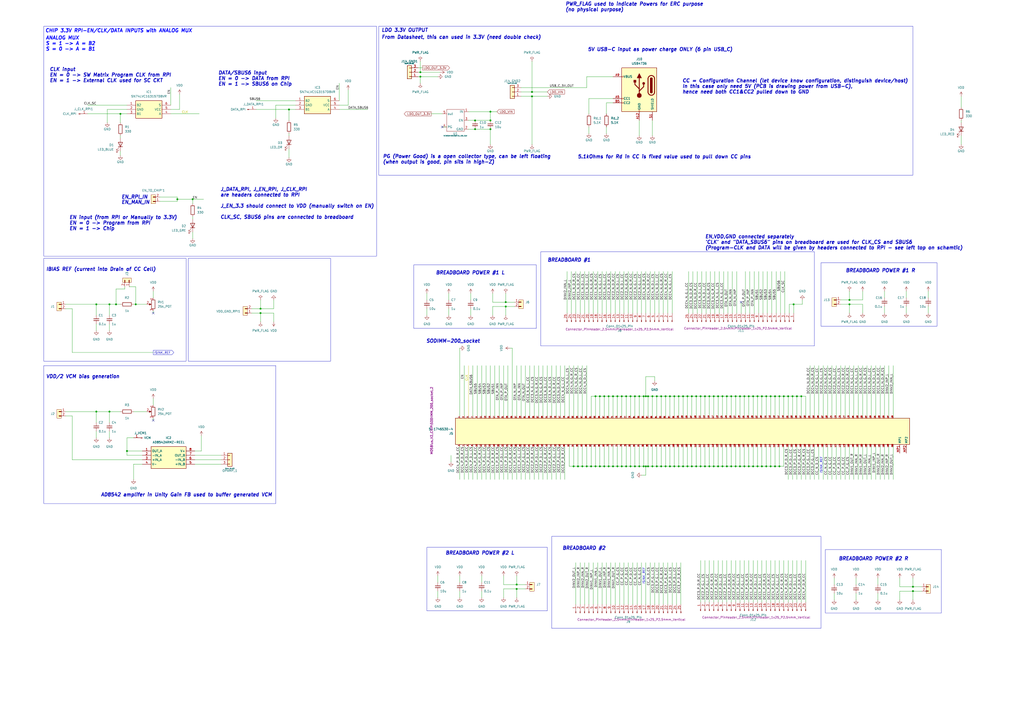
<source format=kicad_sch>
(kicad_sch (version 20250114) (generator "eeschema") (generator_version "9.0")
  (paper "A2")
  (title_block (title "MOSBius_V2 PCB Mother Card Schematic") (company "Columbia University CISL"))
  (rectangle (start 247.65 317.5) (end 317.5 354.33))
  (rectangle (start 25.4 15.24) (end 218.44 148.59))
  (rectangle (start 313.69 146.05) (end 472.44 200.66))
  (rectangle (start 478.79 318.77) (end 546.1 355.6))
  (rectangle (start 240.03 153.67) (end 311.15 190.5))
  (rectangle (start 320.04 311.15) (end 476.25 364.49))
  (rectangle (start 476.25 152.4) (end 543.56 189.23))
  (rectangle (start 25.4 149.86) (end 107.95 209.55))
  (rectangle (start 109.22 149.86) (end 191.77 209.55))
  (rectangle (start 25.4 212.09) (end 160.02 292.1))
  (rectangle (start 219.71 15.24) (end 529.59 101.6))
  (text "BREADBOARD #2" (at 326.136 319.278 0) (effects (font (size 2 2) (bold yes) (italic yes)) (justify left bottom)))
  (text "LDO 3.3V OUTPUT" (at 221.234 18.796 0) (effects (font (size 2 2) (bold yes) (italic yes)) (justify left bottom)))
  (text "BREADBOARD POWER #2 R" (at 486.41 325.374 0) (effects (font (size 2 2) (bold yes) (italic yes)) (justify left bottom)))
  (text "CLK input\nEN = 0 -> SW Matrix Program CLK from RPI\nEN = 1 -> External CLK used for SC CKT" (at 28.702 48.006 0) (effects (font (size 2 2) (bold yes) (italic yes)) (justify left bottom)))
  (text "CC = Configuration Channel (let device know configuration, distinguish device/host)\nIn this case only need 5V (PCB is drawing power from USB-C), \nhence need both CC1&CC2 pulled down to GND" (at 395.732 54.61 0) (effects (font (size 2 2) (bold yes) (italic yes)) (justify left bottom)))
  (text "EN_RPI_IN" (at 70.358 115.57 0) (effects (font (size 2 2) (bold yes) (italic yes)) (justify left bottom)))
  (text "AD8542 amplifer in Unity Gain FB used to buffer generated VCM" (at 58.42 288.29 0) (effects (font (size 2 2) (bold yes) (italic yes)) (justify left bottom)))
  (text "PWR_FLAG used to indicate Powers for ERC purpose\n(no physical purpose)" (at 327.914 6.858 0) (effects (font (size 2 2) (bold yes) (italic yes)) (justify left bottom)))
  (text "BREADBOARD #1" (at 317.5 152.146 0) (effects (font (size 2 2) (bold yes) (italic yes)) (justify left bottom)))
  (text "IBIAS REF (current into Drain of CC Cell)" (at 26.67 157.48 0) (effects (font (size 2 2) (bold yes) (italic yes)) (justify left bottom)))
  (text "BREADBOARD POWER #1 R" (at 490.474 158.242 0) (effects (font (size 2 2) (bold yes) (italic yes)) (justify left bottom)))
  (text "From Datasheet, this can used in 3.3V (need double check)" (at 221.234 22.86 0) (effects (font (size 2 2) (bold yes) (italic yes)) (justify left bottom)))
  (text "EN_MAN_IN" (at 70.358 118.618 0) (effects (font (size 2 2) (bold yes) (italic yes)) (justify left bottom)))
  (text "EN,VDD,GND connected separately\n'CLK' and \"DATA_SBUS6\" pins on breadboard are used for CLK_CS and SBUS6\n(Program-CLK and DATA will be given by headers connected to RPI - see left top on schamtic)" (at 408.94 145.034 0) (effects (font (size 2 2) (bold yes) (italic yes)) (justify left bottom)))
  (text "5V USB-C input as power charge ONLY (6 pin USB_C)" (at 340.868 29.972 0) (effects (font (size 2 2) (bold yes) (italic yes)) (justify left bottom)))
  (text "ANALOG MUX\nS = 1 -> A = B2\nS = 0 -> A = B1" (at 26.416 29.718 0) (effects (font (size 2 2) (bold yes) (italic yes)) (justify left bottom)))
  (text "VDD/2 VCM bias generation" (at 26.67 219.71 0) (effects (font (size 2 2) (bold yes) (italic yes)) (justify left bottom)))
  (text "EN input (from RPI or Manually to 3.3V)\nEN = 0 -> Program from RPI\nEN = 1 -> Chip" (at 40.132 133.858 0) (effects (font (size 2 2) (bold yes) (italic yes)) (justify left bottom)))
  (text "J_DATA_RPI, J_EN_RPI, J_CLK_RPI \nare headers connected to RPI\n\nJ_EN_3.3 should connect to VDD (manually switch on EN)\n\nCLK_SC, SBUS6 pins are connected to breadboard" (at 127.762 127.254 0) (effects (font (size 2 2) (bold yes) (italic yes)) (justify left bottom)))
  (text "BREADBOARD POWER #2 L" (at 258.318 322.072 0) (effects (font (size 2 2) (bold yes) (italic yes)) (justify left bottom)))
  (text "CHIP 3.3V RPI-EN/CLK/DATA INPUTS with ANALOG MUX" (at 26.162 19.05 0) (effects (font (size 2 2) (bold yes) (italic yes)) (justify left bottom)))
  (text "DATA/SBUS6 input\nEN = 0 -> DATA from RPI\nEN = 1 -> SBUS6 on Chip" (at 126.492 50.038 0) (effects (font (size 2 2) (bold yes) (italic yes)) (justify left bottom)))
  (text "BREADBOARD POWER #1 L" (at 252.73 159.512 0) (effects (font (size 2 2) (bold yes) (italic yes)) (justify left bottom)))
  (text "5.1kOhms for Rd in CC is fixed value used to pull down CC pins\n" (at 335.026 92.202 0) (effects (font (size 2 2) (bold yes) (italic yes)) (justify left bottom)))
  (text "SODIMM-200_socket" (at 247.142 199.136 0) (effects (font (size 2 2) (bold yes) (italic yes)) (justify left bottom)))
  (text "PG (Power Good) is a open collector type, can be left floating\n(when output is good, pin sits in high-Z)" (at 221.996 95.25 0) (effects (font (size 2 2) (bold yes) (italic yes)) (justify left bottom)))
  (junction (at 383.54 270.51))
  (junction (at 335.28 270.51))
  (junction (at 67.31 176.53))
  (junction (at 284.48 74.93))
  (junction (at 411.48 270.51))
  (junction (at 444.5 270.51))
  (junction (at 375.92 229.87))
  (junction (at 439.42 229.87))
  (junction (at 406.4 270.51))
  (junction (at 396.24 270.51))
  (junction (at 342.9 270.51))
  (junction (at 411.48 229.87))
  (junction (at 151.13 181.61))
  (junction (at 373.38 229.87))
  (junction (at 462.28 229.87))
  (junction (at 368.3 229.87))
  (junction (at 441.96 270.51))
  (junction (at 345.44 229.87))
  (junction (at 275.59 74.93))
  (junction (at 358.14 229.87))
  (junction (at 111.76 115.57))
  (junction (at 396.24 229.87))
  (junction (at 414.02 229.87))
  (junction (at 370.84 270.51))
  (junction (at 347.98 229.87))
  (junction (at 375.92 270.51))
  (junction (at 69.85 66.04))
  (junction (at 350.52 270.51))
  (junction (at 299.72 341.63))
  (junction (at 151.13 179.07))
  (junction (at 447.04 270.51))
  (junction (at 431.8 229.87))
  (junction (at 360.68 229.87))
  (junction (at 452.12 229.87))
  (junction (at 454.66 229.87))
  (junction (at 419.1 270.51))
  (junction (at 492.76 173.99))
  (junction (at 393.7 270.51))
  (junction (at 459.74 229.87))
  (junction (at 374.65 270.51))
  (junction (at 431.8 270.51))
  (junction (at 383.54 229.87))
  (junction (at 370.84 229.87))
  (junction (at 434.34 229.87))
  (junction (at 403.86 270.51))
  (junction (at 406.4 229.87))
  (junction (at 529.59 340.36))
  (junction (at 308.61 53.34))
  (junction (at 391.16 229.87))
  (junction (at 457.2 229.87))
  (junction (at 167.64 63.5))
  (junction (at 347.98 270.51))
  (junction (at 403.86 229.87))
  (junction (at 386.08 229.87))
  (junction (at 293.37 175.26))
  (junction (at 429.26 270.51))
  (junction (at 243.84 41.91))
  (junction (at 429.26 229.87))
  (junction (at 243.84 44.45))
  (junction (at 360.68 270.51))
  (junction (at 388.62 229.87))
  (junction (at 416.56 229.87))
  (junction (at 414.02 270.51))
  (junction (at 421.64 270.51))
  (junction (at 439.42 270.51))
  (junction (at 449.58 270.51))
  (junction (at 441.96 229.87))
  (junction (at 398.78 270.51))
  (junction (at 460.375 176.53))
  (junction (at 408.94 270.51))
  (junction (at 340.36 270.51))
  (junction (at 337.82 270.51))
  (junction (at 365.76 270.51))
  (junction (at 388.62 270.51))
  (junction (at 424.18 270.51))
  (junction (at 416.56 270.51))
  (junction (at 444.5 229.87))
  (junction (at 73.66 261.62))
  (junction (at 63.5 238.76))
  (junction (at 401.32 270.51))
  (junction (at 345.44 270.51))
  (junction (at 308.61 55.88))
  (junction (at 401.32 229.87))
  (junction (at 363.22 270.51))
  (junction (at 421.64 229.87))
  (junction (at 398.78 229.87))
  (junction (at 449.58 229.87))
  (junction (at 408.94 229.87))
  (junction (at 492.76 176.53))
  (junction (at 55.88 238.76))
  (junction (at 358.14 270.51))
  (junction (at 284.48 64.77))
  (junction (at 353.06 270.51))
  (junction (at 426.72 270.51))
  (junction (at 350.52 229.87))
  (junction (at 378.46 270.51))
  (junction (at 424.18 229.87))
  (junction (at 378.46 229.87))
  (junction (at 436.88 270.51))
  (junction (at 363.22 229.87))
  (junction (at 78.74 176.53))
  (junction (at 355.6 270.51))
  (junction (at 381 270.51))
  (junction (at 63.5 176.53))
  (junction (at 365.76 229.87))
  (junction (at 529.59 342.9))
  (junction (at 373.38 270.51))
  (junction (at 275.59 69.85))
  (junction (at 284.48 69.85))
  (junction (at 293.37 177.8))
  (junction (at 374.65 229.87))
  (junction (at 102.87 115.57))
  (junction (at 447.04 229.87))
  (junction (at 391.16 270.51))
  (junction (at 419.1 229.87))
  (junction (at 353.06 229.87))
  (junction (at 355.6 229.87))
  (junction (at 386.08 270.51))
  (junction (at 426.72 229.87))
  (junction (at 381 229.87))
  (junction (at 393.7 229.87))
  (junction (at 452.12 270.51))
  (junction (at 368.3 270.51))
  (junction (at 299.72 339.09))
  (junction (at 55.88 176.53))
  (junction (at 332.74 270.51))
  (junction (at 436.88 229.87))
  (junction (at 434.34 270.51))
  (junction (at 464.82 229.87))
  (no_connect (at 88.9 181.61))
  (no_connect (at 88.9 243.84))
  (no_connect (at 256.54 73.66))
  (no_connect (at 429.895 175.26))
  (wire (pts (xy 88.9 204.47) (xy 41.91 204.47)))
  (wire (pts (xy 312.42 278.13) (xy 312.42 259.08)))
  (wire (pts (xy 247.65 170.18) (xy 247.65 173.99)))
  (wire (pts (xy 88.9 243.84) (xy 88.9 242.57)))
  (wire (pts (xy 450.215 157.48) (xy 450.215 181.61)))
  (wire (pts (xy 449.58 259.08) (xy 449.58 270.51)))
  (wire (pts (xy 41.91 179.07) (xy 38.1 179.07)))
  (wire (pts (xy 377.19 326.39) (xy 377.19 350.52)))
  (wire (pts (xy 299.72 278.13) (xy 299.72 259.08)))
  (wire (pts (xy 330.2 270.51) (xy 330.2 259.08)))
  (wire (pts (xy 349.25 326.39) (xy 349.25 350.52)))
  (wire (pts (xy 429.26 259.08) (xy 429.26 270.51)))
  (wire (pts (xy 363.22 241.3) (xy 363.22 229.87)))
  (wire (pts (xy 289.56 278.13) (xy 289.56 259.08)))
  (wire (pts (xy 447.04 270.51) (xy 444.5 270.51)))
  (wire (pts (xy 372.11 326.39) (xy 372.11 350.52)))
  (wire (pts (xy 429.26 270.51) (xy 426.72 270.51)))
  (wire (pts (xy 492.76 168.91) (xy 492.76 173.99)))
  (wire (pts (xy 441.96 270.51) (xy 441.96 259.08)))
  (wire (pts (xy 441.96 270.51) (xy 439.42 270.51)))
  (wire (pts (xy 434.975 157.48) (xy 434.975 181.61)))
  (wire (pts (xy 113.03 266.7) (xy 128.27 266.7)))
  (wire (pts (xy 351.79 157.48) (xy 351.79 181.61)))
  (wire (pts (xy 284.48 74.93) (xy 284.48 83.82)))
  (wire (pts (xy 365.76 229.87) (xy 368.3 229.87)))
  (wire (pts (xy 509.27 347.98) (xy 509.27 344.17)))
  (wire (pts (xy 439.42 270.51) (xy 436.88 270.51)))
  (wire (pts (xy 396.24 229.87) (xy 398.78 229.87)))
  (wire (pts (xy 389.89 157.48) (xy 389.89 181.61)))
  (wire (pts (xy 375.92 270.51) (xy 375.92 259.08)))
  (wire (pts (xy 378.46 259.08) (xy 378.46 270.51)))
  (wire (pts (xy 369.57 326.39) (xy 369.57 350.52)))
  (wire (pts (xy 63.5 238.76) (xy 63.5 245.11)))
  (wire (pts (xy 444.5 325.12) (xy 444.5 349.25)))
  (wire (pts (xy 146.05 179.07) (xy 151.13 179.07)))
  (wire (pts (xy 312.42 212.09) (xy 312.42 241.3)))
  (wire (pts (xy 85.09 176.53) (xy 78.74 176.53)))
  (wire (pts (xy 73.66 254) (xy 77.47 254)))
  (wire (pts (xy 266.7 346.71) (xy 266.7 342.9)))
  (wire (pts (xy 393.7 229.87) (xy 396.24 229.87)))
  (wire (pts (xy 374.65 229.87) (xy 375.92 229.87)))
  (wire (pts (xy 342.9 229.87) (xy 345.44 229.87)))
  (wire (pts (xy 271.78 212.09) (xy 271.78 241.3)) (stroke (width 0) (color 194 194 0 1)))
  (wire (pts (xy 243.84 44.45) (xy 242.57 44.45)))
  (wire (pts (xy 382.27 157.48) (xy 382.27 181.61)))
  (wire (pts (xy 439.42 229.87) (xy 441.96 229.87)))
  (wire (pts (xy 483.87 335.28) (xy 483.87 339.09)))
  (wire (pts (xy 113.03 269.24) (xy 128.27 269.24)))
  (wire (pts (xy 492.76 176.53) (xy 492.76 181.61)))
  (wire (pts (xy 387.35 326.39) (xy 387.35 350.52)))
  (wire (pts (xy 426.72 229.87) (xy 429.26 229.87)))
  (wire (pts (xy 383.54 229.87) (xy 386.08 229.87)))
  (wire (pts (xy 38.1 238.76) (xy 55.88 238.76)))
  (wire (pts (xy 492.76 176.53) (xy 500.38 176.53)))
  (wire (pts (xy 441.96 229.87) (xy 441.96 241.3)))
  (wire (pts (xy 510.54 212.09) (xy 510.54 241.3)))
  (wire (pts (xy 344.17 326.39) (xy 344.17 350.52)))
  (wire (pts (xy 490.22 212.09) (xy 490.22 241.3)))
  (wire (pts (xy 525.78 181.61) (xy 525.78 177.8)))
  (wire (pts (xy 368.3 241.3) (xy 368.3 229.87)))
  (wire (pts (xy 309.88 212.09) (xy 309.88 241.3)))
  (wire (pts (xy 274.32 212.09) (xy 274.32 241.3)))
  (wire (pts (xy 284.48 64.77) (xy 284.48 69.85)))
  (wire (pts (xy 358.14 270.51) (xy 355.6 270.51)))
  (wire (pts (xy 414.02 270.51) (xy 411.48 270.51)))
  (wire (pts (xy 77.47 269.24) (xy 77.47 278.13)))
  (wire (pts (xy 429.26 229.87) (xy 431.8 229.87)))
  (wire (pts (xy 492.76 278.13) (xy 492.76 259.08)))
  (wire (pts (xy 424.18 229.87) (xy 426.72 229.87)))
  (wire (pts (xy 398.78 259.08) (xy 398.78 270.51)))
  (wire (pts (xy 358.14 241.3) (xy 358.14 229.87)))
  (wire (pts (xy 292.1 212.09) (xy 292.1 241.3)))
  (wire (pts (xy 467.36 278.13) (xy 467.36 259.08)))
  (wire (pts (xy 426.72 325.12) (xy 426.72 349.25)))
  (wire (pts (xy 485.14 212.09) (xy 485.14 241.3)))
  (wire (pts (xy 416.56 270.51) (xy 414.02 270.51)))
  (wire (pts (xy 399.415 157.48) (xy 399.415 181.61)))
  (wire (pts (xy 337.82 212.09) (xy 337.82 241.3)))
  (wire (pts (xy 500.38 168.91) (xy 500.38 173.99)))
  (wire (pts (xy 398.78 241.3) (xy 398.78 229.87)))
  (wire (pts (xy 411.48 229.87) (xy 411.48 241.3)))
  (wire (pts (xy 275.59 69.85) (xy 271.78 69.85)))
  (wire (pts (xy 254 346.71) (xy 254 342.9)))
  (wire (pts (xy 398.78 229.87) (xy 401.32 229.87)))
  (wire (pts (xy 196.85 48.26) (xy 196.85 58.42)))
  (wire (pts (xy 454.66 270.51) (xy 452.12 270.51)))
  (wire (pts (xy 69.85 80.01) (xy 69.85 78.74)))
  (wire (pts (xy 287.02 278.13) (xy 287.02 259.08)))
  (wire (pts (xy 416.56 325.12) (xy 416.56 349.25)))
  (wire (pts (xy 334.01 157.48) (xy 334.01 181.61)))
  (wire (pts (xy 55.88 238.76) (xy 55.88 245.11)))
  (wire (pts (xy 113.03 264.16) (xy 128.27 264.16)))
  (wire (pts (xy 328.93 157.48) (xy 328.93 181.61)))
  (wire (pts (xy 346.71 326.39) (xy 346.71 350.52)))
  (wire (pts (xy 353.06 229.87) (xy 355.6 229.87)))
  (wire (pts (xy 73.66 264.16) (xy 73.66 261.62)))
  (wire (pts (xy 441.96 229.87) (xy 444.5 229.87)))
  (wire (pts (xy 474.98 212.09) (xy 474.98 241.3)))
  (wire (pts (xy 401.32 270.51) (xy 398.78 270.51)))
  (wire (pts (xy 322.58 212.09) (xy 322.58 241.3)))
  (wire (pts (xy 391.16 270.51) (xy 391.16 259.08)))
  (wire (pts (xy 102.87 116.84) (xy 102.87 115.57)))
  (wire (pts (xy 495.3 278.13) (xy 495.3 259.08)))
  (wire (pts (xy 320.04 278.13) (xy 320.04 259.08)))
  (wire (pts (xy 308.61 35.56) (xy 308.61 53.34)))
  (wire (pts (xy 314.96 212.09) (xy 314.96 241.3)))
  (wire (pts (xy 388.62 270.51) (xy 386.08 270.51)))
  (wire (pts (xy 431.8 325.12) (xy 431.8 349.25)))
  (wire (pts (xy 460.375 176.53) (xy 457.835 176.53)))
  (wire (pts (xy 557.53 55.88) (xy 557.53 62.23)))
  (wire (pts (xy 396.24 270.51) (xy 396.24 259.08)))
  (wire (pts (xy 55.88 176.53) (xy 55.88 182.88)))
  (wire (pts (xy 487.68 212.09) (xy 487.68 241.3)))
  (wire (pts (xy 375.92 229.87) (xy 378.46 229.87)))
  (wire (pts (xy 41.91 241.3) (xy 41.91 266.7)))
  (wire (pts (xy 431.8 270.51) (xy 431.8 259.08)))
  (wire (pts (xy 104.14 54.61) (xy 104.14 63.5)))
  (wire (pts (xy 69.85 66.04) (xy 69.85 71.12)))
  (wire (pts (xy 67.31 176.53) (xy 69.85 176.53)))
  (wire (pts (xy 299.72 334.01) (xy 299.72 339.09)))
  (wire (pts (xy 404.495 157.48) (xy 404.495 181.61)))
  (wire (pts (xy 196.85 60.96) (xy 201.93 60.96)))
  (wire (pts (xy 360.68 270.51) (xy 358.14 270.51)))
  (wire (pts (xy 378.46 229.87) (xy 381 229.87)))
  (wire (pts (xy 299.72 341.63) (xy 292.1 341.63)))
  (wire (pts (xy 416.56 229.87) (xy 419.1 229.87)))
  (wire (pts (xy 275.59 74.93) (xy 271.78 74.93)))
  (wire (pts (xy 419.735 157.48) (xy 419.735 181.61)))
  (wire (pts (xy 452.12 270.51) (xy 449.58 270.51)))
  (wire (pts (xy 457.2 325.12) (xy 457.2 349.25)))
  (wire (pts (xy 304.8 339.09) (xy 299.72 339.09)))
  (wire (pts (xy 557.53 78.74) (xy 557.53 83.82)))
  (wire (pts (xy 417.195 157.48) (xy 417.195 181.61)))
  (wire (pts (xy 419.1 241.3) (xy 419.1 229.87)))
  (wire (pts (xy 55.88 238.76) (xy 63.5 238.76)))
  (wire (pts (xy 151.13 181.61) (xy 158.75 181.61)))
  (wire (pts (xy 534.67 340.36) (xy 529.59 340.36)))
  (wire (pts (xy 421.64 229.87) (xy 424.18 229.87)))
  (wire (pts (xy 444.5 229.87) (xy 447.04 229.87)))
  (wire (pts (xy 342.9 259.08) (xy 342.9 270.51)))
  (wire (pts (xy 111.76 127) (xy 111.76 125.73)))
  (wire (pts (xy 302.26 50.8) (xy 340.36 50.8)))
  (wire (pts (xy 297.18 201.93) (xy 295.91 201.93)))
  (wire (pts (xy 515.62 212.09) (xy 515.62 241.3)))
  (wire (pts (xy 392.43 326.39) (xy 392.43 350.52)))
  (wire (pts (xy 245.11 39.37) (xy 242.57 39.37)))
  (wire (pts (xy 557.53 71.12) (xy 557.53 69.85)))
  (wire (pts (xy 419.1 325.12) (xy 419.1 349.25)))
  (wire (pts (xy 490.22 278.13) (xy 490.22 259.08)))
  (wire (pts (xy 345.44 270.51) (xy 345.44 259.08)))
  (wire (pts (xy 302.26 278.13) (xy 302.26 259.08)))
  (wire (pts (xy 432.435 157.48) (xy 432.435 181.61)))
  (wire (pts (xy 99.06 50.8) (xy 99.06 60.96)))
  (wire (pts (xy 335.28 270.51) (xy 332.74 270.51)))
  (wire (pts (xy 82.55 269.24) (xy 77.47 269.24)))
  (wire (pts (xy 414.02 259.08) (xy 414.02 270.51)))
  (wire (pts (xy 85.09 238.76) (xy 77.47 238.76)))
  (wire (pts (xy 350.52 229.87) (xy 353.06 229.87)))
  (wire (pts (xy 411.48 270.51) (xy 411.48 259.08)))
  (wire (pts (xy 370.84 69.85) (xy 370.84 78.74)))
  (wire (pts (xy 359.41 326.39) (xy 359.41 350.52)))
  (wire (pts (xy 273.05 182.88) (xy 273.05 179.07)))
  (wire (pts (xy 513.08 168.91) (xy 513.08 172.72)))
  (wire (pts (xy 345.44 270.51) (xy 342.9 270.51)))
  (wire (pts (xy 293.37 175.26) (xy 285.75 175.26)))
  (wire (pts (xy 379.73 218.44) (xy 379.73 220.98)))
  (wire (pts (xy 505.46 278.13) (xy 505.46 259.08)))
  (wire (pts (xy 460.375 176.53) (xy 465.455 176.53)))
  (wire (pts (xy 457.2 229.87) (xy 457.2 241.3)))
  (wire (pts (xy 459.74 325.12) (xy 459.74 349.25)))
  (wire (pts (xy 355.6 229.87) (xy 358.14 229.87)))
  (wire (pts (xy 455.295 157.48) (xy 455.295 181.61)))
  (wire (pts (xy 358.14 229.87) (xy 360.68 229.87)))
  (wire (pts (xy 92.71 116.84) (xy 102.87 116.84)))
  (wire (pts (xy 370.84 229.87) (xy 370.84 241.3)))
  (wire (pts (xy 41.91 266.7) (xy 82.55 266.7)))
  (wire (pts (xy 460.375 176.53) (xy 460.375 181.61)))
  (wire (pts (xy 452.755 157.48) (xy 452.755 181.61)))
  (wire (pts (xy 367.03 326.39) (xy 367.03 350.52)))
  (wire (pts (xy 440.055 157.48) (xy 440.055 181.61)))
  (wire (pts (xy 378.46 270.51) (xy 375.92 270.51)))
  (wire (pts (xy 374.65 218.44) (xy 379.73 218.44)))
  (wire (pts (xy 500.38 176.53) (xy 500.38 181.61)))
  (wire (pts (xy 292.1 334.01) (xy 292.1 339.09)))
  (wire (pts (xy 525.78 168.91) (xy 525.78 172.72)))
  (wire (pts (xy 492.76 212.09) (xy 492.76 241.3)))
  (wire (pts (xy 384.81 157.48) (xy 384.81 181.61)))
  (wire (pts (xy 335.28 212.09) (xy 335.28 241.3)))
  (wire (pts (xy 342.9 270.51) (xy 340.36 270.51)))
  (wire (pts (xy 459.74 229.87) (xy 462.28 229.87)))
  (wire (pts (xy 521.97 342.9) (xy 521.97 347.98)))
  (wire (pts (xy 408.94 325.12) (xy 408.94 349.25)))
  (wire (pts (xy 111.76 115.57) (xy 111.76 118.11)))
  (wire (pts (xy 304.8 212.09) (xy 304.8 241.3)))
  (wire (pts (xy 273.05 170.18) (xy 273.05 173.99)))
  (wire (pts (xy 78.74 166.37) (xy 78.74 176.53)))
  (wire (pts (xy 485.14 278.13) (xy 485.14 259.08)))
  (wire (pts (xy 368.3 229.87) (xy 370.84 229.87)))
  (wire (pts (xy 449.58 229.87) (xy 452.12 229.87)))
  (wire (pts (xy 284.48 212.09) (xy 284.48 241.3)))
  (wire (pts (xy 167.64 63.5) (xy 167.64 69.85)))
  (wire (pts (xy 529.59 335.28) (xy 529.59 340.36)))
  (wire (pts (xy 281.94 278.13) (xy 281.94 259.08)))
  (wire (pts (xy 364.49 326.39) (xy 364.49 350.52)))
  (wire (pts (xy 336.55 157.48) (xy 336.55 181.61)))
  (wire (pts (xy 160.02 60.96) (xy 171.45 60.96)))
  (wire (pts (xy 92.71 114.3) (xy 102.87 114.3)))
  (wire (pts (xy 247.65 182.88) (xy 247.65 179.07)))
  (wire (pts (xy 407.035 157.48) (xy 407.035 181.61)))
  (wire (pts (xy 38.1 176.53) (xy 55.88 176.53)))
  (wire (pts (xy 151.13 179.07) (xy 151.13 173.99)))
  (wire (pts (xy 378.46 241.3) (xy 378.46 229.87)))
  (wire (pts (xy 534.67 342.9) (xy 529.59 342.9)))
  (wire (pts (xy 403.86 259.08) (xy 403.86 270.51)))
  (wire (pts (xy 375.92 229.87) (xy 375.92 241.3)))
  (wire (pts (xy 416.56 229.87) (xy 416.56 241.3)))
  (wire (pts (xy 148.59 58.42) (xy 171.45 58.42)))
  (wire (pts (xy 421.64 325.12) (xy 421.64 349.25)))
  (wire (pts (xy 102.87 114.3) (xy 102.87 115.57)))
  (wire (pts (xy 243.84 41.91) (xy 255.27 41.91)))
  (wire (pts (xy 462.28 325.12) (xy 462.28 349.25)))
  (wire (pts (xy 383.54 270.51) (xy 381 270.51)))
  (wire (pts (xy 351.79 59.69) (xy 351.79 66.04)))
  (wire (pts (xy 434.34 325.12) (xy 434.34 349.25)))
  (wire (pts (xy 396.24 270.51) (xy 393.7 270.51)))
  (wire (pts (xy 393.7 270.51) (xy 391.16 270.51)))
  (wire (pts (xy 353.06 241.3) (xy 353.06 229.87)))
  (wire (pts (xy 355.6 57.15) (xy 341.63 57.15)))
  (wire (pts (xy 113.03 261.62) (xy 116.84 261.62)))
  (wire (pts (xy 459.74 278.13) (xy 459.74 259.08)))
  (wire (pts (xy 419.1 270.51) (xy 416.56 270.51)))
  (wire (pts (xy 452.12 229.87) (xy 454.66 229.87)))
  (wire (pts (xy 477.52 212.09) (xy 477.52 241.3)))
  (wire (pts (xy 279.4 346.71) (xy 279.4 342.9)))
  (wire (pts (xy 342.9 241.3) (xy 342.9 229.87)))
  (wire (pts (xy 518.16 212.09) (xy 518.16 241.3)))
  (wire (pts (xy 344.17 157.48) (xy 344.17 181.61)))
  (wire (pts (xy 510.54 278.13) (xy 510.54 259.08)))
  (wire (pts (xy 307.34 212.09) (xy 307.34 241.3)))
  (wire (pts (xy 391.16 229.87) (xy 393.7 229.87)))
  (wire (pts (xy 242.57 41.91) (xy 243.84 41.91)))
  (wire (pts (xy 406.4 270.51) (xy 406.4 259.08)))
  (wire (pts (xy 279.4 212.09) (xy 279.4 241.3)))
  (wire (pts (xy 452.12 270.51) (xy 452.12 259.08)))
  (wire (pts (xy 464.82 278.13) (xy 464.82 259.08)))
  (wire (pts (xy 363.22 229.87) (xy 365.76 229.87)))
  (wire (pts (xy 496.57 335.28) (xy 496.57 339.09)))
  (wire (pts (xy 447.04 229.87) (xy 447.04 241.3)))
  (wire (pts (xy 325.12 212.09) (xy 325.12 241.3)))
  (wire (pts (xy 406.4 325.12) (xy 406.4 349.25)))
  (wire (pts (xy 299.72 341.63) (xy 299.72 346.71)))
  (wire (pts (xy 260.35 170.18) (xy 260.35 173.99)))
  (wire (pts (xy 288.29 64.77) (xy 284.48 64.77)))
  (wire (pts (xy 449.58 325.12) (xy 449.58 349.25)))
  (wire (pts (xy 419.1 229.87) (xy 421.64 229.87)))
  (wire (pts (xy 353.06 259.08) (xy 353.06 270.51)))
  (wire (pts (xy 424.18 325.12) (xy 424.18 349.25)))
  (wire (pts (xy 276.86 212.09) (xy 276.86 241.3)))
  (wire (pts (xy 297.18 278.13) (xy 297.18 259.08)))
  (wire (pts (xy 434.34 270.51) (xy 431.8 270.51)))
  (wire (pts (xy 513.08 212.09) (xy 513.08 241.3)))
  (wire (pts (xy 497.84 278.13) (xy 497.84 259.08)))
  (wire (pts (xy 111.76 115.57) (xy 118.11 115.57)))
  (wire (pts (xy 508 212.09) (xy 508 241.3)))
  (wire (pts (xy 414.02 229.87) (xy 416.56 229.87)))
  (wire (pts (xy 465.455 176.53) (xy 465.455 173.99)))
  (wire (pts (xy 457.835 176.53) (xy 457.835 181.61)))
  (wire (pts (xy 347.98 229.87) (xy 350.52 229.87)))
  (wire (pts (xy 391.16 270.51) (xy 388.62 270.51)))
  (wire (pts (xy 374.65 229.87) (xy 374.65 218.44)))
  (wire (pts (xy 421.64 229.87) (xy 421.64 241.3)))
  (wire (pts (xy 360.68 229.87) (xy 360.68 241.3)))
  (wire (pts (xy 294.64 212.09) (xy 294.64 241.3)))
  (wire (pts (xy 354.33 326.39) (xy 354.33 350.52)))
  (wire (pts (xy 403.86 241.3) (xy 403.86 229.87)))
  (wire (pts (xy 521.97 335.28) (xy 521.97 340.36)))
  (wire (pts (xy 447.675 157.48) (xy 447.675 181.61)))
  (wire (pts (xy 444.5 270.51) (xy 441.96 270.51)))
  (wire (pts (xy 414.655 157.48) (xy 414.655 181.61)))
  (wire (pts (xy 340.36 270.51) (xy 337.82 270.51)))
  (wire (pts (xy 41.91 241.3) (xy 38.1 241.3)))
  (wire (pts (xy 298.45 177.8) (xy 293.37 177.8)))
  (wire (pts (xy 50.8 66.04) (xy 69.85 66.04)))
  (wire (pts (xy 429.26 241.3) (xy 429.26 229.87)))
  (wire (pts (xy 146.05 181.61) (xy 151.13 181.61)))
  (wire (pts (xy 396.24 229.87) (xy 396.24 241.3)))
  (wire (pts (xy 266.7 334.01) (xy 266.7 337.82)))
  (wire (pts (xy 63.5 176.53) (xy 67.31 176.53)))
  (wire (pts (xy 436.88 270.51) (xy 434.34 270.51)))
  (wire (pts (xy 276.86 278.13) (xy 276.86 259.08)))
  (wire (pts (xy 243.84 44.45) (xy 243.84 48.26)))
  (wire (pts (xy 254 334.01) (xy 254 337.82)))
  (wire (pts (xy 411.48 270.51) (xy 408.94 270.51)))
  (wire (pts (xy 351.79 326.39) (xy 351.79 350.52)))
  (wire (pts (xy 464.82 229.87) (xy 467.36 229.87)))
  (wire (pts (xy 339.09 157.48) (xy 339.09 181.61)))
  (wire (pts (xy 383.54 241.3) (xy 383.54 229.87)))
  (wire (pts (xy 477.52 278.13) (xy 477.52 259.08)))
  (wire (pts (xy 293.37 170.18) (xy 293.37 175.26)))
  (wire (pts (xy 434.34 241.3) (xy 434.34 229.87)))
  (wire (pts (xy 365.76 229.87) (xy 365.76 241.3)))
  (wire (pts (xy 365.76 270.51) (xy 365.76 259.08)))
  (wire (pts (xy 308.61 55.88) (xy 308.61 83.82)))
  (wire (pts (xy 99.06 66.04) (xy 115.57 66.04)))
  (wire (pts (xy 434.34 229.87) (xy 436.88 229.87)))
  (wire (pts (xy 480.06 212.09) (xy 480.06 241.3)))
  (wire (pts (xy 436.88 270.51) (xy 436.88 259.08)))
  (wire (pts (xy 41.91 179.07) (xy 41.91 204.47)))
  (wire (pts (xy 401.32 270.51) (xy 401.32 259.08)))
  (wire (pts (xy 431.8 229.87) (xy 431.8 241.3)))
  (wire (pts (xy 370.84 270.51) (xy 370.84 259.08)))
  (wire (pts (xy 502.92 278.13) (xy 502.92 259.08)))
  (wire (pts (xy 388.62 259.08) (xy 388.62 270.51)))
  (wire (pts (xy 293.37 177.8) (xy 293.37 182.88)))
  (wire (pts (xy 314.96 278.13) (xy 314.96 259.08)))
  (wire (pts (xy 412.115 157.48) (xy 412.115 181.61)))
  (wire (pts (xy 497.84 212.09) (xy 497.84 241.3)))
  (wire (pts (xy 444.5 259.08) (xy 444.5 270.51)))
  (wire (pts (xy 384.81 326.39) (xy 384.81 350.52)))
  (wire (pts (xy 381 229.87) (xy 383.54 229.87)))
  (wire (pts (xy 368.3 259.08) (xy 368.3 270.51)))
  (wire (pts (xy 167.64 86.36) (xy 167.64 91.44)))
  (wire (pts (xy 464.82 325.12) (xy 464.82 349.25)))
  (wire (pts (xy 374.65 270.51) (xy 374.65 275.59)))
  (wire (pts (xy 160.02 68.58) (xy 160.02 60.96)))
  (wire (pts (xy 327.66 278.13) (xy 327.66 259.08)))
  (wire (pts (xy 373.38 229.87) (xy 374.65 229.87)))
  (wire (pts (xy 332.74 212.09) (xy 332.74 241.3)))
  (wire (pts (xy 260.35 182.88) (xy 260.35 179.07)))
  (wire (pts (xy 340.36 270.51) (xy 340.36 259.08)))
  (wire (pts (xy 271.78 278.13) (xy 271.78 259.08)))
  (wire (pts (xy 403.86 270.51) (xy 401.32 270.51)))
  (wire (pts (xy 500.38 212.09) (xy 500.38 241.3)))
  (wire (pts (xy 408.94 229.87) (xy 411.48 229.87)))
  (wire (pts (xy 335.28 270.51) (xy 335.28 259.08)))
  (wire (pts (xy 403.86 229.87) (xy 406.4 229.87)))
  (wire (pts (xy 350.52 270.51) (xy 350.52 259.08)))
  (wire (pts (xy 334.01 326.39) (xy 334.01 350.52)))
  (wire (pts (xy 386.08 229.87) (xy 386.08 241.3)))
  (wire (pts (xy 340.36 50.8) (xy 340.36 44.45)))
  (wire (pts (xy 340.36 212.09) (xy 340.36 241.3)))
  (wire (pts (xy 355.6 270.51) (xy 353.06 270.51)))
  (wire (pts (xy 382.27 326.39) (xy 382.27 350.52)))
  (wire (pts (xy 346.71 157.48) (xy 346.71 181.61)))
  (wire (pts (xy 285.75 170.18) (xy 285.75 175.26)))
  (wire (pts (xy 55.88 191.77) (xy 55.88 187.96)))
  (wire (pts (xy 158.75 186.69) (xy 158.75 181.61)))
  (wire (pts (xy 408.94 241.3) (xy 408.94 229.87)))
  (wire (pts (xy 201.93 52.07) (xy 201.93 60.96)))
  (wire (pts (xy 480.06 278.13) (xy 480.06 259.08)))
  (wire (pts (xy 317.5 212.09) (xy 317.5 241.3)))
  (wire (pts (xy 439.42 241.3) (xy 439.42 229.87)))
  (wire (pts (xy 69.85 87.63) (xy 69.85 90.17)))
  (wire (pts (xy 436.88 325.12) (xy 436.88 349.25)))
  (wire (pts (xy 363.22 270.51) (xy 360.68 270.51)))
  (wire (pts (xy 317.5 278.13) (xy 317.5 259.08)))
  (wire (pts (xy 457.2 278.13) (xy 457.2 259.08)))
  (wire (pts (xy 401.32 229.87) (xy 401.32 241.3)))
  (wire (pts (xy 243.84 35.56) (xy 243.84 41.91)))
  (wire (pts (xy 389.89 326.39) (xy 389.89 350.52)))
  (wire (pts (xy 427.355 157.48) (xy 427.355 181.61)))
  (wire (pts (xy 452.12 229.87) (xy 452.12 241.3)))
  (wire (pts (xy 294.64 278.13) (xy 294.64 259.08)))
  (wire (pts (xy 393.7 241.3) (xy 393.7 229.87)))
  (wire (pts (xy 299.72 339.09) (xy 292.1 339.09)))
  (wire (pts (xy 116.84 252.73) (xy 116.84 261.62)))
  (wire (pts (xy 284.48 278.13) (xy 284.48 259.08)))
  (wire (pts (xy 424.815 157.48) (xy 424.815 181.61)))
  (wire (pts (xy 361.95 157.48) (xy 361.95 181.61)))
  (wire (pts (xy 304.8 278.13) (xy 304.8 259.08)))
  (wire (pts (xy 424.18 270.51) (xy 421.64 270.51)))
  (wire (pts (xy 372.11 157.48) (xy 372.11 181.61)))
  (wire (pts (xy 62.23 71.12) (xy 62.23 63.5)))
  (wire (pts (xy 88.9 181.61) (xy 88.9 180.34)))
  (wire (pts (xy 379.73 157.48) (xy 379.73 181.61)))
  (wire (pts (xy 421.64 270.51) (xy 419.1 270.51)))
  (wire (pts (xy 496.57 347.98) (xy 496.57 344.17)))
  (wire (pts (xy 483.87 347.98) (xy 483.87 344.17)))
  (wire (pts (xy 370.84 270.51) (xy 368.3 270.51)))
  (wire (pts (xy 444.5 241.3) (xy 444.5 229.87)))
  (wire (pts (xy 467.36 229.87) (xy 467.36 241.3)))
  (wire (pts (xy 368.3 270.51) (xy 365.76 270.51)))
  (wire (pts (xy 424.18 241.3) (xy 424.18 229.87)))
  (wire (pts (xy 308.61 55.88) (xy 317.5 55.88)))
  (wire (pts (xy 378.46 69.85) (xy 378.46 78.74)))
  (wire (pts (xy 284.48 64.77) (xy 271.78 64.77)))
  (wire (pts (xy 462.28 278.13) (xy 462.28 259.08)))
  (wire (pts (xy 55.88 176.53) (xy 63.5 176.53)))
  (wire (pts (xy 99.06 63.5) (xy 104.14 63.5)))
  (wire (pts (xy 467.36 325.12) (xy 467.36 349.25)))
  (wire (pts (xy 356.87 326.39) (xy 356.87 350.52)))
  (wire (pts (xy 261.62 264.16) (xy 261.62 267.97)))
  (wire (pts (xy 102.87 115.57) (xy 111.76 115.57)))
  (wire (pts (xy 388.62 229.87) (xy 391.16 229.87)))
  (wire (pts (xy 341.63 326.39) (xy 341.63 350.52)))
  (wire (pts (xy 337.82 259.08) (xy 337.82 270.51)))
  (wire (pts (xy 416.56 270.51) (xy 416.56 259.08)))
  (wire (pts (xy 322.58 278.13) (xy 322.58 259.08)))
  (wire (pts (xy 332.74 270.51) (xy 332.74 259.08)))
  (wire (pts (xy 398.78 270.51) (xy 396.24 270.51)))
  (wire (pts (xy 429.26 325.12) (xy 429.26 349.25)))
  (wire (pts (xy 73.66 261.62) (xy 73.66 254)))
  (wire (pts (xy 74.93 166.37) (xy 78.74 166.37)))
  (wire (pts (xy 393.7 259.08) (xy 393.7 270.51)))
  (wire (pts (xy 401.955 157.48) (xy 401.955 181.61)))
  (wire (pts (xy 487.68 173.99) (xy 492.76 173.99)))
  (wire (pts (xy 495.3 212.09) (xy 495.3 241.3)))
  (wire (pts (xy 88.9 168.91) (xy 88.9 172.72)))
  (wire (pts (xy 304.8 341.63) (xy 299.72 341.63)))
  (wire (pts (xy 538.48 168.91) (xy 538.48 172.72)))
  (wire (pts (xy 379.73 326.39) (xy 379.73 350.52)))
  (wire (pts (xy 414.02 241.3) (xy 414.02 229.87)))
  (wire (pts (xy 459.74 241.3) (xy 459.74 229.87)))
  (wire (pts (xy 374.65 326.39) (xy 374.65 350.52)))
  (wire (pts (xy 350.52 229.87) (xy 350.52 241.3)))
  (wire (pts (xy 302.26 53.34) (xy 308.61 53.34)))
  (wire (pts (xy 457.2 229.87) (xy 459.74 229.87)))
  (wire (pts (xy 414.02 325.12) (xy 414.02 349.25)))
  (wire (pts (xy 274.32 278.13) (xy 274.32 259.08)))
  (wire (pts (xy 482.6 278.13) (xy 482.6 259.08)))
  (wire (pts (xy 332.74 270.51) (xy 330.2 270.51)))
  (wire (pts (xy 158.75 179.07) (xy 158.75 173.99)))
  (wire (pts (xy 447.04 325.12) (xy 447.04 349.25)))
  (wire (pts (xy 266.7 278.13) (xy 266.7 259.08)))
  (wire (pts (xy 509.27 335.28) (xy 509.27 339.09)))
  (wire (pts (xy 284.48 69.85) (xy 275.59 69.85)))
  (wire (pts (xy 363.22 259.08) (xy 363.22 270.51)))
  (wire (pts (xy 360.68 270.51) (xy 360.68 259.08)))
  (wire (pts (xy 482.6 212.09) (xy 482.6 241.3)))
  (wire (pts (xy 341.63 77.47) (xy 341.63 73.66)))
  (wire (pts (xy 78.74 176.53) (xy 77.47 176.53)))
  (wire (pts (xy 434.34 259.08) (xy 434.34 270.51)))
  (wire (pts (xy 513.08 278.13) (xy 513.08 259.08)))
  (wire (pts (xy 391.16 229.87) (xy 391.16 241.3)))
  (wire (pts (xy 365.76 270.51) (xy 363.22 270.51)))
  (wire (pts (xy 325.12 278.13) (xy 325.12 259.08)))
  (wire (pts (xy 472.44 278.13) (xy 472.44 259.08)))
  (wire (pts (xy 292.1 278.13) (xy 292.1 259.08)))
  (wire (pts (xy 373.38 270.51) (xy 370.84 270.51)))
  (wire (pts (xy 67.31 167.64) (xy 67.31 176.53)))
  (wire (pts (xy 452.12 325.12) (xy 452.12 349.25)))
  (wire (pts (xy 358.14 259.08) (xy 358.14 270.51)))
  (wire (pts (xy 281.94 212.09) (xy 281.94 241.3)))
  (wire (pts (xy 406.4 229.87) (xy 406.4 241.3)))
  (wire (pts (xy 374.65 270.51) (xy 373.38 270.51)))
  (wire (pts (xy 292.1 341.63) (xy 292.1 346.71)))
  (wire (pts (xy 373.38 259.08) (xy 373.38 270.51)))
  (wire (pts (xy 436.88 229.87) (xy 436.88 241.3)))
  (wire (pts (xy 355.6 229.87) (xy 355.6 241.3)))
  (wire (pts (xy 337.82 270.51) (xy 335.28 270.51)))
  (wire (pts (xy 487.68 176.53) (xy 492.76 176.53)))
  (wire (pts (xy 355.6 270.51) (xy 355.6 259.08)))
  (wire (pts (xy 320.04 212.09) (xy 320.04 241.3)))
  (wire (pts (xy 513.08 181.61) (xy 513.08 177.8)))
  (wire (pts (xy 73.66 261.62) (xy 82.55 261.62)))
  (wire (pts (xy 383.54 259.08) (xy 383.54 270.51)))
  (wire (pts (xy 293.37 177.8) (xy 285.75 177.8)))
  (wire (pts (xy 449.58 270.51) (xy 447.04 270.51)))
  (wire (pts (xy 299.72 212.09) (xy 299.72 241.3)))
  (wire (pts (xy 341.63 57.15) (xy 341.63 66.04)))
  (wire (pts (xy 345.44 229.87) (xy 347.98 229.87)))
  (wire (pts (xy 367.03 157.48) (xy 367.03 181.61)))
  (wire (pts (xy 331.47 157.48) (xy 331.47 181.61)))
  (wire (pts (xy 308.61 53.34) (xy 317.5 53.34)))
  (wire (pts (xy 360.68 229.87) (xy 363.22 229.87)))
  (wire (pts (xy 256.54 73.66) (xy 259.08 73.66)))
  (wire (pts (xy 347.98 241.3) (xy 347.98 229.87)))
  (wire (pts (xy 62.23 63.5) (xy 73.66 63.5)))
  (wire (pts (xy 63.5 250.19) (xy 63.5 254)))
  (wire (pts (xy 55.88 254) (xy 55.88 250.19)))
  (wire (pts (xy 353.06 270.51) (xy 350.52 270.51)))
  (wire (pts (xy 285.75 177.8) (xy 285.75 182.88)))
  (wire (pts (xy 500.38 278.13) (xy 500.38 259.08)))
  (wire (pts (xy 254 44.45) (xy 243.84 44.45)))
  (wire (pts (xy 424.18 259.08) (xy 424.18 270.51)))
  (wire (pts (xy 462.28 229.87) (xy 462.28 241.3)))
  (wire (pts (xy 345.44 229.87) (xy 345.44 241.3)))
  (wire (pts (xy 302.26 55.88) (xy 308.61 55.88)))
  (wire (pts (xy 445.135 157.48) (xy 445.135 181.61)))
  (wire (pts (xy 386.08 270.51) (xy 386.08 259.08)))
  (wire (pts (xy 436.88 229.87) (xy 439.42 229.87)))
  (wire (pts (xy 529.59 342.9) (xy 529.59 347.98)))
  (wire (pts (xy 364.49 157.48) (xy 364.49 181.61)))
  (wire (pts (xy 370.84 229.87) (xy 373.38 229.87)))
  (wire (pts (xy 111.76 134.62) (xy 111.76 138.43)))
  (wire (pts (xy 381 229.87) (xy 381 241.3)))
  (wire (pts (xy 63.5 187.96) (xy 63.5 191.77)))
  (wire (pts (xy 454.66 241.3) (xy 454.66 229.87)))
  (wire (pts (xy 421.64 270.51) (xy 421.64 259.08)))
  (wire (pts (xy 439.42 325.12) (xy 439.42 349.25)))
  (wire (pts (xy 349.25 157.48) (xy 349.25 181.61)))
  (wire (pts (xy 487.68 278.13) (xy 487.68 259.08)))
  (wire (pts (xy 359.41 157.48) (xy 359.41 181.61)))
  (wire (pts (xy 422.275 157.48) (xy 422.275 181.61)))
  (wire (pts (xy 250.19 66.04) (xy 256.54 66.04)))
  (wire (pts (xy 439.42 259.08) (xy 439.42 270.51)))
  (wire (pts (xy 151.13 179.07) (xy 158.75 179.07)))
  (wire (pts (xy 373.38 241.3) (xy 373.38 229.87)))
  (wire (pts (xy 67.31 167.64) (xy 72.39 167.64)))
  (wire (pts (xy 69.85 66.04) (xy 73.66 66.04)))
  (wire (pts (xy 279.4 278.13) (xy 279.4 259.08)))
  (wire (pts (xy 269.24 278.13) (xy 269.24 259.08)))
  (wire (pts (xy 336.55 326.39) (xy 336.55 350.52)))
  (wire (pts (xy 419.1 259.08) (xy 419.1 270.51)))
  (wire (pts (xy 341.63 157.48) (xy 341.63 181.61)))
  (wire (pts (xy 374.65 157.48) (xy 374.65 181.61)))
  (wire (pts (xy 538.48 181.61) (xy 538.48 177.8)))
  (wire (pts (xy 361.95 326.39) (xy 361.95 350.52)))
  (wire (pts (xy 447.04 229.87) (xy 449.58 229.87)))
  (wire (pts (xy 63.5 238.76) (xy 69.85 238.76)))
  (wire (pts (xy 339.09 326.39) (xy 339.09 350.52)))
  (wire (pts (xy 462.28 229.87) (xy 464.82 229.87)))
  (wire (pts (xy 279.4 334.01) (xy 279.4 337.82)))
  (wire (pts (xy 381 270.51) (xy 381 259.08)))
  (wire (pts (xy 406.4 270.51) (xy 403.86 270.51)))
  (wire (pts (xy 426.72 229.87) (xy 426.72 241.3)))
  (wire (pts (xy 472.44 212.09) (xy 472.44 241.3)))
  (wire (pts (xy 381 270.51) (xy 378.46 270.51)))
  (wire (pts (xy 284.48 74.93) (xy 275.59 74.93)))
  (wire (pts (xy 429.895 175.26) (xy 429.895 181.61)))
  (wire (pts (xy 408.94 259.08) (xy 408.94 270.51)))
  (wire (pts (xy 354.33 157.48) (xy 354.33 181.61)))
  (wire (pts (xy 469.9 212.09) (xy 469.9 241.3)))
  (wire (pts (xy 375.92 270.51) (xy 374.65 270.51)))
  (wire (pts (xy 72.39 166.37) (xy 72.39 167.64)))
  (wire (pts (xy 63.5 176.53) (xy 63.5 182.88)))
  (wire (pts (xy 351.79 77.47) (xy 351.79 73.66)))
  (wire (pts (xy 355.6 59.69) (xy 351.79 59.69)))
  (wire (pts (xy 302.26 212.09) (xy 302.26 241.3)))
  (wire (pts (xy 297.18 201.93) (xy 297.18 241.3)))
  (wire (pts (xy 340.36 44.45) (xy 355.6 44.45)))
  (wire (pts (xy 454.66 229.87) (xy 457.2 229.87)))
  (wire (pts (xy 518.16 278.13) (xy 518.16 259.08)))
  (wire (pts (xy 492.76 173.99) (xy 500.38 173.99)))
  (wire (pts (xy 356.87 157.48) (xy 356.87 181.61)))
  (wire (pts (xy 474.98 278.13) (xy 474.98 259.08)))
  (wire (pts (xy 196.85 63.5) (xy 213.36 63.5)))
  (wire (pts (xy 449.58 241.3) (xy 449.58 229.87)))
  (wire (pts (xy 431.8 270.51) (xy 429.26 270.51)))
  (wire (pts (xy 309.88 278.13) (xy 309.88 259.08)))
  (wire (pts (xy 269.24 212.09) (xy 269.24 241.3)))
  (wire (pts (xy 347.98 259.08) (xy 347.98 270.51)))
  (wire (pts (xy 82.55 264.16) (xy 73.66 264.16)))
  (wire (pts (xy 464.82 229.87) (xy 464.82 241.3)))
  (wire (pts (xy 298.45 175.26) (xy 293.37 175.26)))
  (wire (pts (xy 431.8 229.87) (xy 434.34 229.87)))
  (wire (pts (xy 327.66 212.09) (xy 327.66 241.3)))
  (wire (pts (xy 330.2 212.09) (xy 330.2 241.3)))
  (wire (pts (xy 454.66 259.08) (xy 454.66 270.51)))
  (wire (pts (xy 437.515 157.48) (xy 437.515 181.61)))
  (wire (pts (xy 454.66 325.12) (xy 454.66 349.25)))
  (wire (pts (xy 266.7 201.93) (xy 266.7 241.3)))
  (wire (pts (xy 406.4 229.87) (xy 408.94 229.87)))
  (wire (pts (xy 442.595 157.48) (xy 442.595 181.61)))
  (wire (pts (xy 148.59 63.5) (xy 167.64 63.5)))
  (wire (pts (xy 505.46 212.09) (xy 505.46 241.3)))
  (wire (pts (xy 388.62 241.3) (xy 388.62 229.87)))
  (wire (pts (xy 401.32 229.87) (xy 403.86 229.87)))
  (wire (pts (xy 386.08 270.51) (xy 383.54 270.51)))
  (wire (pts (xy 369.57 157.48) (xy 369.57 181.61)))
  (wire (pts (xy 387.35 157.48) (xy 387.35 181.61)))
  (wire (pts (xy 515.62 278.13) (xy 515.62 259.08)))
  (wire (pts (xy 426.72 270.51) (xy 426.72 259.08)))
  (wire (pts (xy 88.9 231.14) (xy 88.9 234.95)))
  (wire (pts (xy 167.64 78.74) (xy 167.64 77.47)))
  (wire (pts (xy 529.59 340.36) (xy 521.97 340.36)))
  (wire (pts (xy 411.48 229.87) (xy 414.02 229.87)))
  (wire (pts (xy 151.13 186.69) (xy 151.13 181.61)))
  (wire (pts (xy 377.19 157.48) (xy 377.19 181.61)))
  (wire (pts (xy 394.97 326.39) (xy 394.97 350.52)))
  (wire (pts (xy 374.65 275.59) (xy 372.11 275.59)))
  (wire (pts (xy 441.96 325.12) (xy 441.96 349.25)))
  (wire (pts (xy 426.72 270.51) (xy 424.18 270.51)))
  (wire (pts (xy 347.98 270.51) (xy 345.44 270.51)))
  (wire (pts (xy 287.02 212.09) (xy 287.02 241.3)))
  (wire (pts (xy 167.64 63.5) (xy 171.45 63.5)))
  (wire (pts (xy 409.575 157.48) (xy 409.575 181.61)))
  (wire (pts (xy 386.08 229.87) (xy 388.62 229.87)))
  (wire (pts (xy 408.94 270.51) (xy 406.4 270.51)))
  (wire (pts (xy 502.92 212.09) (xy 502.92 241.3)))
  (wire (pts (xy 469.9 278.13) (xy 469.9 259.08)))
  (wire (pts (xy 447.04 270.51) (xy 447.04 259.08)))
  (wire (pts (xy 529.59 342.9) (xy 521.97 342.9)))
  (wire (pts (xy 508 278.13) (xy 508 259.08)))
  (wire (pts (xy 350.52 270.51) (xy 347.98 270.51)))
  (wire (pts (xy 289.56 212.09) (xy 289.56 241.3)))
  (wire (pts (xy 307.34 278.13) (xy 307.34 259.08)))
  (wire (pts (xy 411.48 325.12) (xy 411.48 349.25)))
  (wire (pts (xy 50.8 60.96) (xy 73.66 60.96)))
  (label "DCC3_N_G_R_CS" (at 412.115 163.83 270))
  (label "DCC2_P_D_R_CS" (at 309.88 259.08 270))
  (label "DINV2_INN_L" (at 328.93 173.99 90))
  (label "DCC4_N_D_R_CC" (at 469.9 228.6 90))
  (label "CLK_SC" (at 455.295 162.56 270))
  (label "DINV1_INP_R" (at 351.79 328.93 270))
  (label "DCC2_P_D_R_CC" (at 307.34 259.08 270))
  (label "DCC1_P_G_L_CC" (at 302.26 259.08 270))
  (label "DCC4_P_D_R_CC" (at 467.36 347.98 90))
  (label "DCC2_P_G_R_CS" (at 320.04 259.08 270))
  (label "DCC2_P_G_L_CS" (at 408.94 347.98 90))
  (label "DCC1_P_D_L_CS" (at 294.64 259.08 270))
  (label "DINV2_OUT_R" (at 510.54 275.59 90))
  (label "DCC4_P_D_R_CS" (at 269.24 259.08 270))
  (label "DCC2_P_G_R_CC" (at 416.56 347.98 90))
  (label "DCC3_N_D_L_CC" (at 409.575 163.83 270))
  (label "DCC1_N_G_L_CC" (at 351.79 173.99 90))
  (label "DCC1_P_G_L_CC" (at 431.8 347.98 90))
  (label "DCC1_P_D_R_CS" (at 444.5 347.98 90))
  (label "USB_C_5V_OUT" (at 318.77 50.8 0))
  (label "DCC4_N_G_L_CC" (at 327.66 218.44 270))
  (label "DINV1_INN_L" (at 346.71 328.93 270))
  (label "SBUS3" (at 281.94 222.25 270))
  (label "SBUS1" (at 440.055 167.64 270))
  (label "DCC3_P_G_R_CC" (at 387.35 328.93 270))
  (label "OTA_P_INP" (at 434.975 167.64 270))
  (label "DINV1_INP_R" (at 500.38 275.59 90))
  (label "OTA_N_OUT" (at 422.275 167.64 270))
  (label "DCC2_N_D_R_CC" (at 490.22 228.6 90))
  (label "DCC4_N_D_R_CC" (at 377.19 173.99 90))
  (label "DCC1_N_D_L_CS" (at 508 228.6 90))
  (label "DCC1_N_G_R_CS" (at 344.17 173.99 90))
  (label "DCC1_P_G_R_CS" (at 434.34 347.98 90))
  (label "DCC2_N_G_L_CS" (at 369.57 173.99 90))
  (label "DCC4_P_G_L_CS" (at 449.58 347.98 90))
  (label "DINV1_OUT_R" (at 356.87 328.93 270))
  (label "SBUS6" (at 151.13 58.42 180))
  (label "CC_P_G_CS" (at 492.76 275.59 90))
  (label "DINV2_OUT_L" (at 334.01 328.93 270))
  (label "OTA_P_INN" (at 289.56 222.25 270))
  (label "DCC2_N_G_L_CS" (at 477.52 228.6 90))
  (label "DATA_SBUS6" (at 274.32 217.17 270))
  (label "DCC3_N_D_L_CC" (at 317.5 218.44 270))
  (label "DCC1_P_G_R_CC" (at 436.88 347.98 90))
  (label "DCC2_N_G_R_CS" (at 482.6 228.6 90))
  (label "CC_P_G_CC" (at 490.22 275.59 90))
  (label "DCC2_P_G_L_CC" (at 322.58 259.08 270))
  (label "DINV1_INP_L" (at 508 274.32 90))
  (label "DCC2_N_D_L_CC" (at 361.95 173.99 90))
  (label "SBUS4" (at 447.675 167.64 270))
  (label "DATA_SBUS6" (at 201.93 63.5 0))
  (label "DCC4_P_G_R_CS" (at 454.66 347.98 90))
  (label "DCC2_P_D_L_CC" (at 312.42 259.08 270))
  (label "OTA_P_OUT" (at 432.435 167.64 270))
  (label "DCC1_P_D_L_CC" (at 292.1 259.08 270))
  (label "DCC3_N_G_L_CS" (at 417.195 163.83 270))
  (label "DCC4_N_D_L_CS" (at 379.73 173.99 90))
  (label "DCC2_P_G_L_CC" (at 411.48 347.98 90))
  (label "DCC2_N_G_R_CS" (at 364.49 173.99 90))
  (label "DINV1_INP_L" (at 344.17 330.2 270))
  (label "DCC3_N_D_R_CS" (at 401.955 163.83 270))
  (label "DCC2_P_D_L_CS" (at 419.1 347.98 90))
  (label "DINV1_OUT_L" (at 502.92 275.59 90))
  (label "DCC4_N_D_L_CC" (at 382.27 173.99 90))
  (label "DCC3_P_D_R_CC" (at 327.66 259.08 270))
  (label "DINV1_OUT_L" (at 349.25 328.93 270))
  (label "DCC4_P_G_L_CC" (at 281.94 259.08 270))
  (label "CC_N_G_CS" (at 372.11 328.93 270))
  (label "DCC4_N_G_R_CC" (at 332.74 228.6 90))
  (label "DINV2_INP_L" (at 515.62 228.6 90))
  (label "EN" (at 269.24 217.17 270))
  (label "SBUS2" (at 442.595 167.64 270))
  (label "DCC1_P_G_L_CS" (at 429.26 347.98 90))
  (label "DCC1_P_G_R_CC" (at 297.18 259.08 270))
  (label "DCC1_P_D_R_CC" (at 287.02 259.08 270))
  (label "DCC2_N_D_L_CS" (at 487.68 228.6 90))
  (label "DCC1_N_G_L_CC" (at 495.3 228.6 90))
  (label "DCC1_N_D_L_CC" (at 505.46 228.6 90))
  (label "DCC2_P_D_R_CC" (at 426.72 347.98 90))
  (label "OTA_N_OUT" (at 304.8 222.25 270))
  (label "DCC3_P_G_L_CS" (at 379.73 328.93 270))
  (label "DCC3_N_D_L_CS" (at 320.04 218.44 270))
  (label "DCC4_P_D_L_CC" (at 462.28 347.98 90))
  (label "DCC4_N_G_R_CS" (at 384.81 173.99 90))
  (label "DCC1_P_D_R_CC" (at 447.04 347.98 90))
  (label "DCC2_N_G_R_CC" (at 367.03 173.99 90))
  (label "CC_P_G_CC" (at 361.95 328.93 270))
  (label "DINV2_INP_R" (at 336.55 328.93 270))
  (label "DCC4_N_G_L_CC" (at 399.415 163.83 270))
  (label "SBUS1" (at 287.02 222.25 270))
  (label "DCC3_P_D_R_CS" (at 457.2 275.59 90))
  (label "DCC4_N_G_L_CS" (at 389.89 173.99 90))
  (label "DCC1_N_D_L_CC" (at 341.63 173.99 90))
  (label "DCC4_P_D_R_CC" (at 266.7 259.08 270))
  (label "DCC3_P_D_L_CS" (at 389.89 328.93 270))
  (label "DCC3_N_G_L_CC" (at 419.735 163.83 270))
  (label "DCC1_N_G_L_CS" (at 349.25 173.99 90))
  (label "DCC2_N_D_L_CS" (at 359.41 173.99 90))
  (label "DCC3_P_D_R_CS" (at 394.97 328.93 270))
  (label "OTA_P_OUT" (at 294.64 222.25 270))
  (label "DCC2_N_D_L_CC" (at 485.14 228.6 90))
  (label "DCC1_N_D_R_CS" (at 334.01 173.99 90))
  (label "DCC4_P_G_R_CS" (at 279.4 259.08 270))
  (label "DINV2_INN_R" (at 513.08 275.59 90))
  (label "CLK" (at 109.22 66.04 180))
  (label "DCC4_P_D_L_CS" (at 274.32 259.08 270))
  (label "OTA_N_INP" (at 427.355 167.64 270))
  (label "DCC3_N_G_L_CC" (at 307.34 218.44 270))
  (label "SBUS2" (at 284.48 222.25 270))
  (label "CC_P_D_CC" (at 367.03 328.93 270))
  (label "DCC2_N_D_R_CC" (at 356.87 173.99 90))
  (label "DINV1_INN_L" (at 505.46 275.59 90))
  (label "DINV2_OUT_L" (at 518.16 275.59 90))
  (label "DCC3_N_G_R_CS" (at 314.96 218.44 270))
  (label "EN" (at 111.76 115.57 0))
  (label "DCC4_P_G_R_CC" (at 276.86 259.08 270))
  (label "DCC2_P_G_R_CS" (at 414.02 347.98 90))
  (label "EN" (at 196.85 52.07 90))
  (label "SBUS5" (at 450.215 167.64 270))
  (label "DCC4_N_G_L_CS" (at 330.2 228.6 90))
  (label "CC_N_G_CC" (at 482.6 275.59 90))
  (label "DCC4_P_G_L_CC" (at 452.12 347.98 90))
  (label "DCC4_N_D_L_CS" (at 340.36 228.6 90))
  (label "DINV2_INP_L" (at 331.47 173.99 90))
  (label "DINV1_INN_R" (at 354.33 328.93 270))
  (label "DCC3_N_D_R_CS" (at 325.12 218.44 270))
  (label "DINV2_OUT_R" (at 341.63 328.93 270))
  (label "DCC3_N_G_L_CS" (at 309.88 218.44 270))
  (label "DCC1_N_G_L_CS" (at 497.84 228.6 90))
  (label "DCC2_P_G_L_CS" (at 325.12 259.08 270))
  (label "SBUS5" (at 276.86 222.25 270))
  (label "DCC3_P_D_L_CS" (at 462.28 275.59 90))
  (label "SBUS3" (at 445.135 167.64 270))
  (label "DCC1_N_G_R_CC" (at 346.71 173.99 90))
  (label "DCC3_N_G_R_CC" (at 312.42 218.44 270))
  (label "DINV2_INP_R" (at 515.62 275.59 90))
  (label "CLK" (at 271.78 217.17 270))
  (label "CC_N_G_CS" (at 480.06 275.59 90))
  (label "DINV2_INN_R" (at 339.09 328.93 270))
  (label "DINV2_INN_L" (at 518.16 228.6 90))
  (label "DCC3_N_D_R_CC" (at 404.495 163.83 270))
  (label "DCC4_P_G_L_CS" (at 284.48 259.08 270))
  (label "ISINK_REF" (at 477.52 274.32 90))
  (label "DCC2_N_G_L_CC" (at 474.98 228.6 90))
  (label "DCC1_N_D_R_CC" (at 510.54 228.6 90))
  (label "DCC4_N_D_R_CS" (at 472.44 228.6 90))
  (label "DCC2_N_G_R_CC" (at 480.06 228.6 90))
  (label "SBUS4" (at 279.4 222.25 270))
  (label "DCC3_P_G_R_CS" (at 384.81 328.93 270))
  (label "DCC3_P_G_L_CC" (at 382.27 328.93 270))
  (label "DCC3_N_G_R_CC" (at 414.655 163.83 270))
  (label "DCC1_N_D_L_CS" (at 339.09 173.99 90))
  (label "DCC3_P_G_R_CS" (at 467.36 275.59 90))
  (label "DCC3_P_G_R_CC" (at 464.82 275.59 90))
  (label "DCC2_N_D_R_CS" (at 492.76 228.6 90))
  (label "CC_N_D_CS" (at 474.98 275.59 90))
  (label "DCC2_P_D_L_CC" (at 421.64 347.98 90))
  (label "ISINK_REF" (at 374.65 328.93 270))
  (label "DCC3_P_D_L_CC" (at 392.43 328.93 270))
  (label "DCC1_N_G_R_CS" (at 502.92 228.6 90))
  (label "CC_P_D_CS" (at 487.68 275.59 90))
  (label "DCC4_P_G_R_CC" (at 457.2 347.98 90))
  (label "DCC2_P_D_R_CS" (at 424.18 347.98 90))
  (label "CC_N_G_CC" (at 369.57 328.93 270))
  (label "OTA_N_INN" (at 302.26 222.25 270))
  (label "SBUS6" (at 452.755 162.56 270))
  (label "DCC1_P_D_L_CS" (at 439.42 347.98 90))
  (label "DCC4_P_D_R_CS" (at 464.82 347.98 90))
  (label "DCC4_N_D_R_CS" (at 374.65 173.99 90))
  (label "DCC1_P_G_L_CS" (at 304.8 259.08 270))
  (label "DCC2_P_G_R_CC" (at 317.5 259.08 270))
  (label "DINV1_OUT_R" (at 495.3 275.59 90))
  (label "DCC1_P_D_R_CS" (at 289.56 259.08 270))
  (label "CC_P_D_CC" (at 485.14 275.59 90))
  (label "DINV1_INN_R" (at 497.84 275.59 90))
  (label "DCC3_P_G_L_CC" (at 469.9 275.59 90))
  (label "OTA_N_INP" (at 299.72 222.25 270))
  (label "DCC4_P_D_L_CC" (at 271.78 259.08 270))
  (label "DCC2_N_G_L_CC" (at 372.11 173.99 90))
  (label "DCC3_P_D_L_CC" (at 459.74 275.59 90))
  (label "DCC1_P_D_L_CC" (at 441.96 347.98 90))
  (label "DCC4_N_D_L_CC" (at 337.82 228.6 90))
  (label "DCC3_N_D_R_CC" (at 322.58 218.44 270))
  (label "CC_P_D_CS" (at 364.49 328.93 270))
  (label "DCC1_N_D_R_CC" (at 336.55 173.99 90))
  (label "DCC1_P_G_R_CS" (at 299.72 259.08 270))
  (label "CC_P_G_CS" (at 359.41 328.93 270))
  (label "DCC2_N_D_R_CS" (at 354.33 173.99 90))
  (label "CC_N_D_CS" (at 377.19 328.93 270))
  (label "DCC4_P_D_L_CS" (at 459.74 347.98 90))
  (label "DCC3_P_D_R_CC" (at 406.4 347.98 90))
  (label "OTA_P_INN" (at 437.515 167.64 270))
  (label "DCC3_N_D_L_CS" (at 407.035 163.83 270))
  (label "OTA_N_INN" (at 424.815 167.64 270))
  (label "DCC4_N_G_R_CS" (at 335.28 228.6 90))
  (label "DCC1_N_D_R_CS" (at 513.08 228.6 90))
  (label "DCC1_N_G_R_CC" (at 500.38 228.6 90))
  (label "EN" (at 99.06 54.61 90))
  (label "DCC2_P_D_L_CS" (at 314.96 259.08 270))
  (label "CLK_SC" (at 55.88 60.96 180))
  (label "OTA_P_INP" (at 292.1 222.25 270))
  (label "DCC3_P_G_L_CS" (at 472.44 275.59 90))
  (label "DCC4_N_G_R_CC" (at 387.35 173.99 90))
  (global_label "LDO_OUT_3.3V" (shape output) (at 250.19 66.04 180) (property "Intersheetrefs" "${INTERSHEET_REFS}" (effects (hide yes))))
  (global_label "ISINK_REF" (shape output) (at 88.9 204.47 0) (property "Intersheetrefs" "${INTERSHEET_REFS}" (effects (hide yes))))
  (global_label "LDO_VIN" (shape input) (at 288.29 64.77 0) (property "Intersheetrefs" "${INTERSHEET_REFS}" (effects (hide yes))))
  (global_label "LDO_VIN" (shape input) (at 317.5 53.34 0) (property "Intersheetrefs" "${INTERSHEET_REFS}" (effects (hide yes))))
  (global_label "LDO_OUT_3.3V" (shape output) (at 245.11 39.37 0) (property "Intersheetrefs" "${INTERSHEET_REFS}" (effects (hide yes))))
  (symbol (lib_id "Symbols-Library:Conn_01x03") (at 133.35 266.7 0) (unit 1)
    (property "Reference" "OPAMP_1" (at 133.35 273.05 0))
    (property "Value" "Conn_01x03" (at 133.35 271.78 0) (effects (font (size 0.6 0.6))))
    (property "Footprint" "Connector_PinHeader_2.54mm:PinHeader_1x03_P2.54mm_Vertical" (effects (hide yes)))
  )
  (symbol (lib_id "power:GND") (at 77.47 278.13 0) (mirror y) (unit 1)
    (property "Reference" "#PWR07" (effects (hide yes)))
    (property "Value" "GND" (at 77.47 283.21 0))
  )
  (symbol (lib_id "Symbols-Library:LED") (at 557.53 74.93 270) (mirror x) (unit 1)
    (property "Reference" "D4" (at 553.72 75.2475 90) (effects (justify right)))
    (property "Value" "LED_RED" (at 553.72 77.7875 90) (effects (justify right)))
    (property "Footprint" "MOSBius_V2_CHIP:LED_150120RS75000_WRE" (effects (hide yes)))
  )
  (symbol (lib_id "PCM_SL_Pin_Headers:PINHD_1x2_Male") (at 142.24 180.34 180) (unit 1)
    (property "Reference" "VDD_GND_RPI1" (at 139.446 180.594 0) (effects (justify left)))
    (property "Value" "PINHD_1x2_Male" (effects (hide yes)))
    (property "Footprint" "Connector_PinHeader_2.54mm:PinHeader_1x02_P2.54mm_Vertical" (effects (hide yes)))
  )
  (symbol (lib_id "power:PWR_FLAG") (at 243.84 35.56 0) (unit 1)
    (property "Reference" "#FLG01" (effects (hide yes)))
    (property "Value" "PWR_FLAG" (at 243.84 30.48 0))
  )
  (symbol (lib_id "Symbols-Library:C_Small") (at 55.88 247.65 0) (unit 1)
    (property "Reference" "C2" (at 57.15 245.11 0) (effects (justify left)))
    (property "Value" "0.1u" (at 57.15 250.19 0) (effects (justify left)))
    (property "Footprint" "Capacitor_SMD:C_0603_1608Metric" (effects (hide yes)))
  )
  (symbol (lib_id "Symbols-Library:R_1206") (at 341.63 69.85 180) (unit 1)
    (property "Reference" "Rd_1" (at 344.17 68.5799 0) (effects (justify right)))
    (property "Value" "5.1K" (at 344.17 71.1199 0) (effects (justify right)))
    (property "Footprint" "Resistor_SMD:R_0603_1608Metric" (effects (hide yes)))
  )
  (symbol (lib_id "power:VD") (at 538.48 168.91 0) (unit 1)
    (property "Reference" "#PWR059" (effects (hide yes)))
    (property "Value" "VDD" (at 538.48 163.83 0))
  )
  (symbol (lib_id "power:GND") (at 483.87 347.98 0) (mirror y) (unit 1)
    (property "Reference" "#PWR046" (effects (hide yes)))
    (property "Value" "GND" (at 483.87 353.06 0))
  )
  (symbol (lib_id "PCM_SL_Pin_Headers:PINHD_1x2_Male") (at 538.48 341.63 0) (unit 1)
    (property "Reference" "J14" (at 541.02 340.36 0) (effects (justify left)))
    (property "Value" "PINHD_1x2_Male" (effects (hide yes)))
    (property "Footprint" "Connector_PinHeader_2.54mm:PinHeader_1x02_P2.54mm_Vertical" (effects (hide yes)))
  )
  (symbol (lib_id "power:GND") (at 254 44.45 90) (mirror x) (unit 1)
    (property "Reference" "#PWR018" (effects (hide yes)))
    (property "Value" "GND" (at 257.81 44.45 90) (effects (justify right)))
  )
  (symbol (lib_id "power:PWR_FLAG") (at 492.76 181.61 180) (unit 1)
    (property "Reference" "#FLG010" (effects (hide yes)))
    (property "Value" "PWR_FLAG" (at 492.76 186.69 0))
  )
  (symbol (lib_id "Symbols-Library:C_Small") (at 284.48 72.39 0) (unit 1)
    (property "Reference" "C12" (at 287.02 71.1263 0) (effects (justify left)))
    (property "Value" "10u" (at 287.02 73.6663 0) (effects (justify left)))
    (property "Footprint" "Capacitor_SMD:C_0603_1608Metric" (effects (hide yes)))
  )
  (symbol (lib_id "power:PWR_FLAG") (at 308.61 83.82 180) (unit 1)
    (property "Reference" "#FLG08" (effects (hide yes)))
    (property "Value" "PWR_FLAG" (at 308.61 87.63 0))
  )
  (symbol (lib_id "Symbols-Library:LED") (at 111.76 130.81 270) (mirror x) (unit 1)
    (property "Reference" "D2" (at 107.95 131.1275 90) (effects (justify right)))
    (property "Value" "LED_GRE" (at 107.95 133.6675 90) (effects (justify right)))
    (property "Footprint" "MOSBius_V2_CHIP:LED_150120RS75000_WRE" (effects (hide yes)))
  )
  (symbol (lib_id "Symbols-Library:Conn_01x03") (at 297.18 53.34 180) (unit 1)
    (property "Reference" "J14_GND2" (at 297.18 46.99 0))
    (property "Value" "Conn_01x03" (at 297.18 48.26 0) (effects (font (size 0.6 0.6))))
    (property "Footprint" "Connector_PinHeader_2.54mm:PinHeader_1x03_P2.54mm_Vertical" (effects (hide yes)))
  )
  (symbol (lib_id "Connector:Conn_01x25_Pin") (at 436.88 354.33 90) (unit 1)
    (property "Reference" "J12" (at 436.88 359.41 90))
    (property "Value" "Conn_01x25_Pin" (at 436.88 356.87 90))
    (property "Footprint" "Connector_PinHeader_2.54mm:PinHeader_1x25_P2.54mm_Vertical" (at 438.658 358.14 90))
    (property "Description" "Generic connector, single row, 01x25, script generated" (effects (hide yes)))
  )
  (symbol (lib_id "Symbols-Library:C_Small") (at 247.65 176.53 0) (unit 1)
    (property "Reference" "C5" (at 248.92 173.99 0) (effects (justify left)))
    (property "Value" "10u" (at 248.92 179.07 0) (effects (justify left)))
    (property "Footprint" "Capacitor_SMD:C_0603_1608Metric" (effects (hide yes)))
  )
  (symbol (lib_id "Symbols-Library:C_Small") (at 55.88 185.42 0) (unit 1)
    (property "Reference" "C1" (at 57.15 182.88 0) (effects (justify left)))
    (property "Value" "0.1u" (at 57.15 187.96 0) (effects (justify left)))
    (property "Footprint" "Capacitor_SMD:C_0603_1608Metric" (effects (hide yes)))
  )
  (symbol (lib_id "power:VDD") (at 88.9 231.14 0) (mirror y) (unit 1)
    (property "Reference" "#PWR09" (effects (hide yes)))
    (property "Value" "VDD" (at 88.9 226.06 0))
  )
  (symbol (lib_id "power:PWR_FLAG") (at 293.37 170.18 0) (unit 1)
    (property "Reference" "#FLG03" (effects (hide yes)))
    (property "Value" "PWR_FLAG" (at 293.37 165.1 0))
  )
  (symbol (lib_id "Symbols-Library:C_Small") (at 525.78 175.26 0) (mirror y) (unit 1)
    (property "Reference" "C17" (at 524.51 172.72 0) (effects (justify left)))
    (property "Value" "1u" (at 524.51 177.8 0) (effects (justify left)))
    (property "Footprint" "Capacitor_SMD:C_0603_1608Metric" (effects (hide yes)))
  )
  (symbol (lib_id "Symbols-Library:C_Small") (at 260.35 176.53 0) (unit 1)
    (property "Reference" "C7" (at 261.62 173.99 0) (effects (justify left)))
    (property "Value" "1u" (at 261.62 179.07 0) (effects (justify left)))
    (property "Footprint" "Capacitor_SMD:C_0603_1608Metric" (effects (hide yes)))
  )
  (symbol (lib_id "Symbols-Library:C_Small") (at 63.5 247.65 0) (unit 1)
    (property "Reference" "C4" (at 64.77 245.11 0) (effects (justify left)))
    (property "Value" "1u" (at 64.77 250.19 0) (effects (justify left)))
    (property "Footprint" "Capacitor_SMD:C_0603_1608Metric" (effects (hide yes)))
  )
  (symbol (lib_id "power:GND") (at 254 346.71 0) (mirror y) (unit 1)
    (property "Reference" "#PWR020" (effects (hide yes)))
    (property "Value" "GND" (at 254 351.79 0))
  )
  (symbol (lib_id "power:PWR_FLAG") (at 308.61 35.56 0) (unit 1)
    (property "Reference" "#FLG07" (effects (hide yes)))
    (property "Value" "PWR_FLAG" (at 308.61 30.48 0))
  )
  (symbol (lib_id "power:GND") (at 379.73 220.98 0) (unit 1)
    (property "Reference" "#PWR044" (effects (hide yes)))
    (property "Value" "GND" (at 379.73 226.06 0))
  )
  (symbol (lib_id "Connector:USB_C_Receptacle_PowerOnly_6P") (at 370.84 52.07 0) (mirror y) (unit 1)
    (property "Reference" "J10" (at 370.84 34.29 0))
    (property "Value" "USB4736" (at 370.84 36.83 0))
    (property "Footprint" "Connector_USB:USB_C_Receptacle_GCT_USB4125-xx-x_6P_TopMnt_Horizontal" (effects (hide yes)))
    (property "Datasheet" "https://www.usb.org/sites/default/files/documents/usb_type-c.zip" (effects (hide yes)))
    (property "Description" "USB Power-Only 6P Type-C Receptacle connector" (effects (hide yes)))
  )
  (symbol (lib_id "Symbols-Library:R_1206") (at 73.66 176.53 270) (mirror x) (unit 1)
    (property "Reference" "R2" (at 73.66 172.72 90))
    (property "Value" "1k" (at 73.66 180.34 90))
    (property "Footprint" "Resistor_SMD:R_0603_1608Metric" (effects (hide yes)))
  )
  (symbol (lib_id "power:GND") (at 341.63 77.47 0) (unit 1)
    (property "Reference" "#PWR039" (effects (hide yes)))
    (property "Value" "GND" (at 341.63 81.28 0))
  )
  (symbol (lib_id "power:GND") (at 496.57 347.98 0) (mirror y) (unit 1)
    (property "Reference" "#PWR048" (effects (hide yes)))
    (property "Value" "GND" (at 496.57 353.06 0))
  )
  (symbol (lib_id "power:VD") (at 496.57 335.28 0) (unit 1)
    (property "Reference" "#PWR047" (effects (hide yes)))
    (property "Value" "VDD" (at 496.57 330.2 0))
  )
  (symbol (lib_id "power:GND") (at 317.5 55.88 90) (mirror x) (unit 1)
    (property "Reference" "#PWR038" (effects (hide yes)))
    (property "Value" "GND" (at 321.31 55.88 90) (effects (justify right)))
  )
  (symbol (lib_id "power:GND") (at 261.62 267.97 0) (unit 1)
    (property "Reference" "#PWR024" (effects (hide yes)))
    (property "Value" "GND" (at 261.62 273.05 0))
  )
  (symbol (lib_id "Connector:Conn_01x01_Pin") (at 143.51 63.5 0) (unit 1)
    (property "Reference" "J_DATA_RPI1" (at 147.066 60.452 0))
    (property "Value" "DATA_RPI" (at 138.176 63.5 0))
    (property "Footprint" "Connector_PinHeader_2.54mm:PinHeader_1x01_P2.54mm_Vertical" (effects (hide yes)))
    (property "Description" "Generic connector, single row, 01x01, script generated" (effects (hide yes)))
  )
  (symbol (lib_id "MOSBius_V2_TOP:5-1746530-4") (at 265.43 236.22 90) (mirror x) (unit 1)
    (property "Reference" "J5" (at 262.89 251.4601 90) (effects (justify left)))
    (property "Value" "5-1746530-4" (at 262.89 248.9201 90) (effects (justify left)))
    (property "Footprint" "MOSBius_V2_CHIP:SODIIMM_200_socket_2" (at 249.682 224.282 0) (effects (justify left top)))
    (property "Datasheet" "https://componentsearchengine.com/Datasheets/1/5-1746530-4.pdf" (effects (hide yes)))
    (property "Description" "Body Features: Ejector Location Both Ends | Latch Material Stainless Steel | Connector Profile Standard | Latch Plating Material Tin | Module Key Type SGRAM | Ejector Type Locking | Configuration Features: Number of Keys 1 | Number of Bays 2 | Number of Rows 2 | Module Orientation Right Angle | Number of Positions 200 | Contact Features: Memory Socket Type Memory Card | Contact Current Rating (Max) .5 AMP | Contact Base Material Copper Alloy | Contact Mating Area Plating Material Gold Flash | PCB Contact Te" (effects (hide yes)))
    (property "Height" "6.5" (effects (hide yes)))
    (property "Manufacturer_Name" "TE Connectivity" (effects (hide yes)))
    (property "Manufacturer_Part_Number" "5-1746530-4" (effects (hide yes)))
    (property "Mouser Part Number" "571-5-1746530-4" (effects (hide yes)))
    (property "Mouser Price/Stock" "https://www.mouser.co.uk/ProductDetail/TE-Connectivity/5-1746530-4?qs=ZjKkSzBea3O3sfDEJqHfXQ%3D%3D" (effects (hide yes)))
    (property "Arrow Part Number" "5-1746530-4" (effects (hide yes)))
    (property "Arrow Price/Stock" "https://www.arrow.com/en/products/5-1746530-4/te-connectivity?region=nac" (effects (hide yes)))
  )
  (symbol (lib_id "power:PWR_FLAG") (at 529.59 347.98 180) (unit 1)
    (property "Reference" "#FLG012" (effects (hide yes)))
    (property "Value" "PWR_FLAG" (at 529.59 353.06 0))
  )
  (symbol (lib_id "power:GND") (at 69.85 90.17 0) (unit 1)
    (property "Reference" "#PWR06" (effects (hide yes)))
    (property "Value" "GND" (at 69.85 93.98 0))
  )
  (symbol (lib_id "Symbols-Library:C_Small") (at 538.48 175.26 0) (mirror y) (unit 1)
    (property "Reference" "C18" (at 537.21 172.72 0) (effects (justify left)))
    (property "Value" "10u" (at 537.21 177.8 0) (effects (justify left)))
    (property "Footprint" "Capacitor_SMD:C_0603_1608Metric" (effects (hide yes)))
  )
  (symbol (lib_id "power:VDD") (at 201.93 52.07 0) (unit 1)
    (property "Reference" "#PWR015" (effects (hide yes)))
    (property "Value" "VDD" (at 201.93 46.99 0))
  )
  (symbol (lib_id "power:GND") (at 111.76 138.43 0) (unit 1)
    (property "Reference" "#PWR011" (effects (hide yes)))
    (property "Value" "GND" (at 111.76 142.24 0))
  )
  (symbol (lib_id "Connector:Conn_01x01_Pin") (at 82.55 254 180) (unit 1)
    (property "Reference" "J_VCM1" (at 81.534 251.206 0))
    (property "Value" "VCM" (at 85.598 254 0))
    (property "Footprint" "Connector_PinHeader_2.54mm:PinHeader_1x01_P2.54mm_Vertical" (effects (hide yes)))
    (property "Description" "Generic connector, single row, 01x01, script generated" (effects (hide yes)))
  )
  (symbol (lib_id "PCM_SL_Pin_Headers:PINHD_1x2_Male") (at 73.66 162.56 270) (mirror x) (unit 1)
    (property "Reference" "J3" (at 73.66 160.02 0) (effects (justify left)))
    (property "Value" "PINHD_1x2_Male" (effects (hide yes)))
    (property "Footprint" "Connector_PinHeader_2.54mm:PinHeader_1x02_P2.54mm_Vertical" (effects (hide yes)))
  )
  (symbol (lib_id "Connector:Conn_01x01_Pin") (at 45.72 66.04 0) (unit 1)
    (property "Reference" "J_CLK_RPI1" (at 48.514 63.246 0))
    (property "Value" "CLK_RPI" (at 40.386 66.04 0))
    (property "Footprint" "Connector_PinHeader_2.54mm:PinHeader_1x01_P2.54mm_Vertical" (effects (hide yes)))
    (property "Description" "Generic connector, single row, 01x01, script generated" (effects (hide yes)))
  )
  (symbol (lib_id "Device:R_Potentiometer") (at 88.9 176.53 0) (mirror y) (unit 1)
    (property "Reference" "RV1" (at 91.44 175.26 0) (effects (justify right)))
    (property "Value" "25k_POT" (at 91.44 177.8 0) (effects (justify right)))
    (property "Footprint" "Potentiometer_THT:Potentiometer_Bourns_3266Y_Vertical" (effects (hide yes)))
  )
  (symbol (lib_id "power:PWR_FLAG") (at 151.13 186.69 180) (unit 1)
    (property "Reference" "#FLG013" (effects (hide yes)))
    (property "Value" "PWR_FLAG" (at 151.13 191.77 0))
  )
  (symbol (lib_id "Connector:Conn_01x25_Pin") (at 359.41 186.69 270) (mirror x) (unit 1)
    (property "Reference" "J8" (at 359.41 191.77 90))
    (property "Value" "Conn_01x25_Pin" (at 359.41 189.23 90))
    (property "Footprint" "Connector_PinHeader_2.54mm:PinHeader_1x25_P2.54mm_Vertical" (at 359.41 191.008 90))
    (property "Description" "Generic connector, single row, 01x25, script generated" (effects (hide yes)))
  )
  (symbol (lib_id "Device:R_Potentiometer") (at 88.9 238.76 0) (mirror y) (unit 1)
    (property "Reference" "RV2" (at 91.44 237.49 0) (effects (justify right)))
    (property "Value" "25k_POT" (at 91.44 240.03 0) (effects (justify right)))
    (property "Footprint" "Potentiometer_THT:Potentiometer_Bourns_3266Y_Vertical" (effects (hide yes)))
  )
  (symbol (lib_id "power:VD") (at 525.78 168.91 0) (unit 1)
    (property "Reference" "#PWR057" (effects (hide yes)))
    (property "Value" "VDD" (at 525.78 163.83 0))
  )
  (symbol (lib_id "power:PWR_FLAG") (at 243.84 48.26 180) (unit 1)
    (property "Reference" "#FLG02" (effects (hide yes)))
    (property "Value" "PWR_FLAG" (at 243.84 53.34 0))
  )
  (symbol (lib_id "power:GND") (at 557.53 83.82 0) (unit 1)
    (property "Reference" "#PWR064" (effects (hide yes)))
    (property "Value" "GND" (at 557.53 87.63 0))
  )
  (symbol (lib_id "power:GND") (at 285.75 182.88 0) (mirror y) (unit 1)
    (property "Reference" "#PWR034" (effects (hide yes)))
    (property "Value" "GND" (at 285.75 187.96 0))
  )
  (symbol (lib_id "PCM_SL_Pin_Headers:PINHD_1x2_Male") (at 308.61 340.36 0) (unit 1)
    (property "Reference" "J7" (at 311.15 339.09 0) (effects (justify left)))
    (property "Value" "PINHD_1x2_Male" (effects (hide yes)))
    (property "Footprint" "Connector_PinHeader_2.54mm:PinHeader_1x02_P2.54mm_Vertical" (effects (hide yes)))
  )
  (symbol (lib_id "Symbols-Library:C_Small") (at 483.87 341.63 0) (unit 1)
    (property "Reference" "C13" (at 485.14 339.09 0) (effects (justify left)))
    (property "Value" "10u" (at 485.14 344.17 0) (effects (justify left)))
    (property "Footprint" "Capacitor_SMD:C_0603_1608Metric" (effects (hide yes)))
  )
  (symbol (lib_id "power:VD") (at 521.97 335.28 0) (unit 1)
    (property "Reference" "#PWR055" (effects (hide yes)))
    (property "Value" "VDD" (at 521.97 330.2 0))
  )
  (symbol (lib_id "power:GND") (at 62.23 71.12 0) (unit 1)
    (property "Reference" "#PWR03" (effects (hide yes)))
    (property "Value" "GND" (at 62.23 74.93 0))
  )
  (symbol (lib_id "PCM_SL_Pin_Headers:PINHD_1x2_Male") (at 34.29 177.8 0) (mirror y) (unit 1)
    (property "Reference" "J1" (at 31.75 177.8 0) (effects (justify left)))
    (property "Value" "PINHD_1x2_Male" (effects (hide yes)))
    (property "Footprint" "Connector_PinHeader_2.54mm:PinHeader_1x02_P2.54mm_Vertical" (effects (hide yes)))
  )
  (symbol (lib_id "Symbols-Library:R_1206") (at 73.66 238.76 270) (mirror x) (unit 1)
    (property "Reference" "R3" (at 73.66 234.95 90))
    (property "Value" "1k" (at 73.66 242.57 90))
    (property "Footprint" "Resistor_SMD:R_0603_1608Metric" (effects (hide yes)))
  )
  (symbol (lib_id "Connector:Conn_01x25_Pin") (at 429.895 186.69 270) (mirror x) (unit 1)
    (property "Reference" "J11" (at 429.895 191.77 90))
    (property "Value" "Conn_01x25_Pin" (at 429.895 189.23 90))
    (property "Footprint" "Connector_PinHeader_2.54mm:PinHeader_1x25_P2.54mm_Vertical" (at 428.117 190.5 90))
    (property "Description" "Generic connector, single row, 01x25, script generated" (effects (hide yes)))
  )
  (symbol (lib_id "power:GND") (at 521.97 347.98 0) (mirror y) (unit 1)
    (property "Reference" "#PWR056" (effects (hide yes)))
    (property "Value" "GND" (at 521.97 353.06 0))
  )
  (symbol (lib_id "MOSBius_V2_TOP:SN74LVC1G3157DBVR") (at 171.45 58.42 0) (unit 1)
    (property "Reference" "IC3" (at 184.15 50.8 0))
    (property "Value" "SN74LVC1G3157DBVR" (at 184.15 53.34 0))
    (property "Footprint" "MOSBius_V2_CHIP:SN74LVC1G3157" (effects (hide yes)))
    (property "Datasheet" "http://componentsearchengine.com/Datasheets/1/SN74LVC1G3157DBVR.pdf" (effects (hide yes)))
    (property "Description" "SINGLE-POLE, DOUBLE-THROW ANALOG SWITCH" (effects (hide yes)))
    (property "Height" "1.45" (effects (hide yes)))
    (property "Manufacturer_Name" "Texas Instruments" (effects (hide yes)))
    (property "Manufacturer_Part_Number" "SN74LVC1G3157DBVR" (effects (hide yes)))
    (property "Mouser Part Number" "595-SN74LVC1G3157DBV" (effects (hide yes)))
    (property "Mouser Price/Stock" "https://www.mouser.co.uk/ProductDetail/Texas-Instruments/SN74LVC1G3157DBVR?qs=PVVDbbWpW3ID6l2sElWeMw%3D%3D" (effects (hide yes)))
    (property "Arrow Part Number" "SN74LVC1G3157DBVR" (effects (hide yes)))
    (property "Arrow Price/Stock" "https://www.arrow.com/en/products/sn74lvc1g3157dbvr/texas-instruments?utm_currency=USD&region=nac" (effects (hide yes)))
  )
  (symbol (lib_id "power:GND") (at 55.88 254 0) (mirror y) (unit 1)
    (property "Reference" "#PWR02" (effects (hide yes)))
    (property "Value" "GND" (at 55.88 259.08 0))
  )
  (symbol (lib_id "power:VD") (at 260.35 170.18 0) (unit 1)
    (property "Reference" "#PWR022" (effects (hide yes)))
    (property "Value" "VDD" (at 260.35 165.1 0))
  )
  (symbol (lib_id "power:PWR_FLAG") (at 299.72 346.71 180) (unit 1)
    (property "Reference" "#FLG06" (effects (hide yes)))
    (property "Value" "PWR_FLAG" (at 299.72 351.79 0))
  )
  (symbol (lib_id "MOSBius_V2_TOP:AD8542ARMZ-REEL") (at 82.55 261.62 0) (unit 1)
    (property "Reference" "IC2" (at 97.79 254 0))
    (property "Value" "AD8542ARMZ-REEL" (at 97.79 256.54 0))
    (property "Footprint" "MOSBius_V2_CHIP:AD8542" (effects (hide yes)))
    (property "Datasheet" "https://www.analog.com/AD8542/datasheet" (effects (hide yes)))
    (property "Description" "Single-supply operation: 2.7 V to 5.5 V  Low supply current: 45 A/amplifier  Wide bandwidth: 1 MHz  No phase reversal  Low input currents: 4 pA  Unity gain stable  Rail-to-rail input and output  AEC-Q100 qualified for automotive applications" (effects (hide yes)))
    (property "Height" "1.1" (effects (hide yes)))
    (property "Manufacturer_Name" "Analog Devices" (effects (hide yes)))
    (property "Manufacturer_Part_Number" "AD8542ARMZ-REEL" (effects (hide yes)))
    (property "Mouser Part Number" "584-AD8542ARMZ-R" (effects (hide yes)))
    (property "Mouser Price/Stock" "https://www.mouser.co.uk/ProductDetail/Analog-Devices/AD8542ARMZ-REEL?qs=%2FtpEQrCGXCzeOxAKFphJiQ%3D%3D" (effects (hide yes)))
    (property "Arrow Part Number" "AD8542ARMZ-REEL" (effects (hide yes)))
    (property "Arrow Price/Stock" "https://www.arrow.com/en/products/ad8542armz-reel/analog-devices?utm_currency=USD&region=nac" (effects (hide yes)))
  )
  (symbol (lib_id "power:GND") (at 370.84 78.74 0) (mirror y) (unit 1)
    (property "Reference" "#PWR041" (effects (hide yes)))
    (property "Value" "GND" (at 370.84 82.55 0))
  )
  (symbol (lib_id "power:GND") (at 266.7 346.71 0) (mirror y) (unit 1)
    (property "Reference" "#PWR027" (effects (hide yes)))
    (property "Value" "GND" (at 266.7 351.79 0))
  )
  (symbol (lib_id "power:GND") (at 351.79 77.47 0) (unit 1)
    (property "Reference" "#PWR040" (effects (hide yes)))
    (property "Value" "GND" (at 351.79 81.28 0))
  )
  (symbol (lib_id "power:GND") (at 273.05 182.88 0) (mirror y) (unit 1)
    (property "Reference" "#PWR029" (effects (hide yes)))
    (property "Value" "GND" (at 273.05 187.96 0))
  )
  (symbol (lib_id "MOSBius_V2_TOP:SN74LVC1G3157DBVR") (at 73.66 60.96 0) (unit 1)
    (property "Reference" "IC1" (at 86.36 53.34 0))
    (property "Value" "SN74LVC1G3157DBVR" (at 86.36 55.88 0))
    (property "Footprint" "MOSBius_V2_CHIP:SN74LVC1G3157" (effects (hide yes)))
    (property "Datasheet" "http://componentsearchengine.com/Datasheets/1/SN74LVC1G3157DBVR.pdf" (effects (hide yes)))
    (property "Description" "SINGLE-POLE, DOUBLE-THROW ANALOG SWITCH" (effects (hide yes)))
    (property "Height" "1.45" (effects (hide yes)))
    (property "Manufacturer_Name" "Texas Instruments" (effects (hide yes)))
    (property "Manufacturer_Part_Number" "SN74LVC1G3157DBVR" (effects (hide yes)))
    (property "Mouser Part Number" "595-SN74LVC1G3157DBV" (effects (hide yes)))
    (property "Mouser Price/Stock" "https://www.mouser.co.uk/ProductDetail/Texas-Instruments/SN74LVC1G3157DBVR?qs=PVVDbbWpW3ID6l2sElWeMw%3D%3D" (effects (hide yes)))
    (property "Arrow Part Number" "SN74LVC1G3157DBVR" (effects (hide yes)))
    (property "Arrow Price/Stock" "https://www.arrow.com/en/products/sn74lvc1g3157dbvr/texas-instruments?utm_currency=USD&region=nac" (effects (hide yes)))
  )
  (symbol (lib_id "power:GND") (at 500.38 181.61 0) (unit 1)
    (property "Reference" "#PWR050" (effects (hide yes)))
    (property "Value" "GND" (at 500.38 186.69 0))
  )
  (symbol (lib_id "power:GND") (at 372.11 275.59 270) (unit 1)
    (property "Reference" "#PWR042" (effects (hide yes)))
    (property "Value" "GND" (at 367.03 275.59 0))
  )
  (symbol (lib_id "Symbols-Library:LED") (at 167.64 82.55 270) (mirror x) (unit 1)
    (property "Reference" "D3" (at 163.83 82.8675 90) (effects (justify right)))
    (property "Value" "LED_OR" (at 163.83 85.4075 90) (effects (justify right)))
    (property "Footprint" "MOSBius_V2_CHIP:LED_150120RS75000_WRE" (effects (hide yes)))
  )
  (symbol (lib_id "power:PWR_FLAG") (at 299.72 334.01 0) (unit 1)
    (property "Reference" "#FLG05" (effects (hide yes)))
    (property "Value" "PWR_FLAG" (at 299.72 328.93 0))
  )
  (symbol (lib_id "Connector:Conn_01x25_Pin") (at 364.49 355.6 90) (unit 1)
    (property "Reference" "J9" (at 364.49 360.68 90))
    (property "Value" "Conn_01x25_Pin" (at 364.49 358.14 90))
    (property "Footprint" "Connector_PinHeader_2.54mm:PinHeader_1x25_P2.54mm_Vertical" (at 366.268 359.41 90))
    (property "Description" "Generic connector, single row, 01x25, script generated" (effects (hide yes)))
  )
  (symbol (lib_id "power:VD") (at 279.4 334.01 0) (unit 1)
    (property "Reference" "#PWR030" (effects (hide yes)))
    (property "Value" "VDD" (at 279.4 328.93 0))
  )
  (symbol (lib_id "power:VDD") (at 295.91 201.93 90) (mirror x) (unit 1)
    (property "Reference" "#PWR037" (effects (hide yes)))
    (property "Value" "VDD" (at 290.83 201.93 0))
  )
  (symbol (lib_id "power:GND") (at 525.78 181.61 0) (unit 1)
    (property "Reference" "#PWR058" (effects (hide yes)))
    (property "Value" "GND" (at 525.78 186.69 0))
  )
  (symbol (lib_id "PCM_SL_Pin_Headers:PINHD_1x2_Male") (at 302.26 176.53 0) (unit 1)
    (property "Reference" "J6" (at 304.8 175.26 0) (effects (justify left)))
    (property "Value" "PINHD_1x2_Male" (effects (hide yes)))
    (property "Footprint" "Connector_PinHeader_2.54mm:PinHeader_1x02_P2.54mm_Vertical" (effects (hide yes)))
  )
  (symbol (lib_id "power:VD") (at 254 334.01 0) (unit 1)
    (property "Reference" "#PWR019" (effects (hide yes)))
    (property "Value" "VDD" (at 254 328.93 0))
  )
  (symbol (lib_id "Symbols-Library:C_Small") (at 254 340.36 0) (unit 1)
    (property "Reference" "C6" (at 255.27 337.82 0) (effects (justify left)))
    (property "Value" "10u" (at 255.27 342.9 0) (effects (justify left)))
    (property "Footprint" "Capacitor_SMD:C_0603_1608Metric" (effects (hide yes)))
  )
  (symbol (lib_id "Symbols-Library:R_1206") (at 557.53 66.04 0) (unit 1)
    (property "Reference" "R6" (at 560.07 64.7699 0) (effects (justify left)))
    (property "Value" "330" (at 560.07 67.3099 0) (effects (justify left)))
    (property "Footprint" "Resistor_SMD:R_0603_1608Metric" (effects (hide yes)))
  )
  (symbol (lib_id "power:GND") (at 55.88 191.77 0) (mirror y) (unit 1)
    (property "Reference" "#PWR01" (effects (hide yes)))
    (property "Value" "GND" (at 55.88 196.85 0))
  )
  (symbol (lib_id "power:VD") (at 247.65 170.18 0) (unit 1)
    (property "Reference" "#PWR016" (effects (hide yes)))
    (property "Value" "VDD" (at 247.65 165.1 0))
  )
  (symbol (lib_id "Symbols-Library:R_1206") (at 167.64 73.66 0) (unit 1)
    (property "Reference" "R5" (at 170.18 72.3899 0) (effects (justify left)))
    (property "Value" "330" (at 170.18 74.9299 0) (effects (justify left)))
    (property "Footprint" "Resistor_SMD:R_0603_1608Metric" (effects (hide yes)))
  )
  (symbol (lib_id "power:VD") (at 500.38 168.91 0) (unit 1)
    (property "Reference" "#PWR049" (effects (hide yes)))
    (property "Value" "VDD" (at 500.38 163.83 0))
  )
  (symbol (lib_id "Symbols-Library:R_1206") (at 111.76 121.92 0) (unit 1)
    (property "Reference" "R4" (at 114.3 120.6499 0) (effects (justify left)))
    (property "Value" "330" (at 114.3 123.1899 0) (effects (justify left)))
    (property "Footprint" "Resistor_SMD:R_0603_1608Metric" (effects (hide yes)))
  )
  (symbol (lib_id "power:GND") (at 509.27 347.98 0) (mirror y) (unit 1)
    (property "Reference" "#PWR052" (effects (hide yes)))
    (property "Value" "GND" (at 509.27 353.06 0))
  )
  (symbol (lib_id "Symbols-Library:C_Small") (at 509.27 341.63 0) (unit 1)
    (property "Reference" "C15" (at 510.54 339.09 0) (effects (justify left)))
    (property "Value" "0.1u" (at 510.54 344.17 0) (effects (justify left)))
    (property "Footprint" "Capacitor_SMD:C_0603_1608Metric" (effects (hide yes)))
  )
  (symbol (lib_id "PCM_SL_Pin_Headers:PINHD_1x2_Male") (at 483.87 175.26 0) (mirror y) (unit 1)
    (property "Reference" "J13" (at 481.33 173.99 0) (effects (justify left)))
    (property "Value" "Conn_01x02_Pin" (effects (hide yes)))
    (property "Footprint" "Connector_PinHeader_2.54mm:PinHeader_1x02_P2.54mm_Vertical" (effects (hide yes)))
  )
  (symbol (lib_id "Symbols-Library:C_Small") (at 279.4 340.36 0) (unit 1)
    (property "Reference" "C11" (at 280.67 337.82 0) (effects (justify left)))
    (property "Value" "0.1u" (at 280.67 342.9 0) (effects (justify left)))
    (property "Footprint" "Capacitor_SMD:C_0603_1608Metric" (effects (hide yes)))
  )
  (symbol (lib_id "Symbols-Library:C_Small") (at 496.57 341.63 0) (unit 1)
    (property "Reference" "C14" (at 497.84 339.09 0) (effects (justify left)))
    (property "Value" "1u" (at 497.84 344.17 0) (effects (justify left)))
    (property "Footprint" "Capacitor_SMD:C_0603_1608Metric" (effects (hide yes)))
  )
  (symbol (lib_id "power:PWR_FLAG") (at 293.37 182.88 180) (unit 1)
    (property "Reference" "#FLG04" (effects (hide yes)))
    (property "Value" "PWR_FLAG" (at 293.37 187.96 0))
  )
  (symbol (lib_id "power:GND") (at 284.48 83.82 0) (mirror y) (unit 1)
    (property "Reference" "#PWR032" (effects (hide yes)))
    (property "Value" "GND" (at 284.48 87.63 0))
  )
  (symbol (lib_id "PCM_SL_Pin_Headers:PINHD_1x2_Male") (at 88.9 115.57 180) (unit 1)
    (property "Reference" "EN_TO_CHIP'1" (at 89.025 110.49 0))
    (property "Value" "PINHD_1x2_Male" (effects (hide yes)))
    (property "Footprint" "Connector_PinHeader_2.54mm:PinHeader_1x02_P2.54mm_Vertical" (effects (hide yes)))
  )
  (symbol (lib_id "power:PWR_FLAG") (at 492.76 168.91 0) (unit 1)
    (property "Reference" "#FLG09" (effects (hide yes)))
    (property "Value" "PWR_FLAG" (at 492.76 163.83 0))
  )
  (symbol (lib_id "Symbols-Library:C_Small") (at 513.08 175.26 0) (mirror y) (unit 1)
    (property "Reference" "C16" (at 511.81 172.72 0) (effects (justify left)))
    (property "Value" "0.1u" (at 511.81 177.8 0) (effects (justify left)))
    (property "Footprint" "Capacitor_SMD:C_0603_1608Metric" (effects (hide yes)))
  )
  (symbol (lib_id "Symbols-Library:C_Small") (at 275.59 72.39 0) (unit 1)
    (property "Reference" "C10" (at 278.13 71.1263 0) (effects (justify left)))
    (property "Value" "1u" (at 278.13 73.6663 0) (effects (justify left)))
    (property "Footprint" "Capacitor_SMD:C_0603_1608Metric" (effects (hide yes)))
  )
  (symbol (lib_id "power:VD") (at 285.75 170.18 0) (unit 1)
    (property "Reference" "#PWR033" (effects (hide yes)))
    (property "Value" "VDD" (at 285.75 165.1 0))
  )
  (symbol (lib_id "Symbols-Library:C_Small") (at 63.5 185.42 0) (unit 1)
    (property "Reference" "C3" (at 64.77 182.88 0) (effects (justify left)))
    (property "Value" "1u" (at 64.77 187.96 0) (effects (justify left)))
    (property "Footprint" "Capacitor_SMD:C_0603_1608Metric" (effects (hide yes)))
  )
  (symbol (lib_id "power:GND") (at 465.455 173.99 0) (mirror x) (unit 1)
    (property "Reference" "#PWR061" (effects (hide yes)))
    (property "Value" "GND" (at 465.455 168.91 0))
  )
  (symbol (lib_id "PCM_SL_Pin_Headers:PINHD_1x2_Male") (at 34.29 240.03 0) (mirror y) (unit 1)
    (property "Reference" "J2" (at 31.75 240.03 0) (effects (justify left)))
    (property "Value" "PINHD_1x2_Male" (effects (hide yes)))
    (property "Footprint" "Connector_PinHeader_2.54mm:PinHeader_1x02_P2.54mm_Vertical" (effects (hide yes)))
  )
  (symbol (lib_id "power:VDD") (at 88.9 168.91 0) (mirror y) (unit 1)
    (property "Reference" "#PWR08" (effects (hide yes)))
    (property "Value" "VDD" (at 88.9 163.83 0))
  )
  (symbol (lib_id "power:GND") (at 63.5 191.77 0) (mirror y) (unit 1)
    (property "Reference" "#PWR04" (effects (hide yes)))
    (property "Value" "GND" (at 63.5 196.85 0))
  )
  (symbol (lib_id "power:GND") (at 279.4 346.71 0) (mirror y) (unit 1)
    (property "Reference" "#PWR031" (effects (hide yes)))
    (property "Value" "GND" (at 279.4 351.79 0))
  )
  (symbol (lib_id "power:VD") (at 266.7 334.01 0) (unit 1)
    (property "Reference" "#PWR026" (effects (hide yes)))
    (property "Value" "VDD" (at 266.7 328.93 0))
  )
  (symbol (lib_id "Symbols-Library:LED") (at 69.85 83.82 270) (mirror x) (unit 1)
    (property "Reference" "D1" (at 66.04 84.1375 90) (effects (justify right)))
    (property "Value" "LED_BLUE" (at 66.04 86.6775 90) (effects (justify right)))
    (property "Footprint" "MOSBius_V2_CHIP:LED_150120RS75000_WRE" (effects (hide yes)))
  )
  (symbol (lib_id "Symbols-Library:R_1206") (at 351.79 69.85 180) (unit 1)
    (property "Reference" "Rd_2" (at 354.33 68.5799 0) (effects (justify right)))
    (property "Value" "5.1K" (at 354.33 71.1199 0) (effects (justify right)))
    (property "Footprint" "Resistor_SMD:R_0603_1608Metric" (effects (hide yes)))
  )
  (symbol (lib_id "power:GND") (at 513.08 181.61 0) (unit 1)
    (property "Reference" "#PWR054" (effects (hide yes)))
    (property "Value" "GND" (at 513.08 186.69 0))
  )
  (symbol (lib_id "power:VD") (at 158.75 186.69 180) (unit 1)
    (property "Reference" "#PWR062" (effects (hide yes)))
    (property "Value" "VDD" (at 158.75 191.77 0))
  )
  (symbol (lib_id "Symbols-Library:Conn_01x03") (at 237.49 41.91 180) (unit 1)
    (property "Reference" "J14_GND1" (at 237.49 35.56 0))
    (property "Value" "Conn_01x03" (at 237.49 36.83 0) (effects (font (size 0.6 0.6))))
    (property "Footprint" "Connector_PinHeader_2.54mm:PinHeader_1x03_P2.54mm_Vertical" (effects (hide yes)))
  )
  (symbol (lib_id "Symbols-Library:R_1206") (at 69.85 74.93 0) (unit 1)
    (property "Reference" "R1" (at 72.39 73.6599 0) (effects (justify left)))
    (property "Value" "330" (at 72.39 76.1999 0) (effects (justify left)))
    (property "Footprint" "Resistor_SMD:R_0603_1608Metric" (effects (hide yes)))
  )
  (symbol (lib_id "power:GND") (at 292.1 346.71 0) (mirror y) (unit 1)
    (property "Reference" "#PWR036" (effects (hide yes)))
    (property "Value" "GND" (at 292.1 351.79 0))
  )
  (symbol (lib_id "Symbols-Library:C_Small") (at 266.7 340.36 0) (unit 1)
    (property "Reference" "C8" (at 267.97 337.82 0) (effects (justify left)))
    (property "Value" "1u" (at 267.97 342.9 0) (effects (justify left)))
    (property "Footprint" "Capacitor_SMD:C_0603_1608Metric" (effects (hide yes)))
  )
  (symbol (lib_id "power:GND") (at 167.64 91.44 0) (unit 1)
    (property "Reference" "#PWR014" (effects (hide yes)))
    (property "Value" "GND" (at 167.64 95.25 0))
  )
  (symbol (lib_id "power:PWR_FLAG") (at 151.13 173.99 0) (unit 1)
    (property "Reference" "#FLG014" (effects (hide yes)))
    (property "Value" "PWR_FLAG" (at 151.13 168.91 0))
  )
  (symbol (lib_id "power:VDD") (at 104.14 54.61 0) (unit 1)
    (property "Reference" "#PWR010" (effects (hide yes)))
    (property "Value" "VDD" (at 104.14 49.53 0))
  )
  (symbol (lib_id "power:GND") (at 266.7 201.93 90) (unit 1)
    (property "Reference" "#PWR025" (effects (hide yes)))
    (property "Value" "GND" (at 271.78 201.93 0))
  )
  (symbol (lib_id "power:VD") (at 292.1 334.01 0) (unit 1)
    (property "Reference" "#PWR035" (effects (hide yes)))
    (property "Value" "VDD" (at 292.1 328.93 0))
  )
  (symbol (lib_id "power:GND") (at 63.5 254 0) (mirror y) (unit 1)
    (property "Reference" "#PWR05" (effects (hide yes)))
    (property "Value" "GND" (at 63.5 259.08 0))
  )
  (symbol (lib_id "Symbols-Library:C_Small") (at 273.05 176.53 0) (unit 1)
    (property "Reference" "C9" (at 274.32 173.99 0) (effects (justify left)))
    (property "Value" "0.1u" (at 274.32 179.07 0) (effects (justify left)))
    (property "Footprint" "Capacitor_SMD:C_0603_1608Metric" (effects (hide yes)))
  )
  (symbol (lib_id "power:VD") (at 513.08 168.91 0) (unit 1)
    (property "Reference" "#PWR053" (effects (hide yes)))
    (property "Value" "VDD" (at 513.08 163.83 0))
  )
  (symbol (lib_id "power:GND") (at 160.02 68.58 0) (unit 1)
    (property "Reference" "#PWR013" (effects (hide yes)))
    (property "Value" "GND" (at 160.02 72.39 0))
  )
  (symbol (lib_id "power:VD") (at 483.87 335.28 0) (unit 1)
    (property "Reference" "#PWR045" (effects (hide yes)))
    (property "Value" "VDD" (at 483.87 330.2 0))
  )
  (symbol (lib_id "power:GND") (at 538.48 181.61 0) (unit 1)
    (property "Reference" "#PWR060" (effects (hide yes)))
    (property "Value" "GND" (at 538.48 186.69 0))
  )
  (symbol (lib_id "power:VD") (at 255.27 41.91 270) (unit 1)
    (property "Reference" "#PWR021" (effects (hide yes)))
    (property "Value" "VDD" (at 259.08 41.91 90) (effects (justify left)))
  )
  (symbol (lib_id "power:VD") (at 509.27 335.28 0) (unit 1)
    (property "Reference" "#PWR051" (effects (hide yes)))
    (property "Value" "VDD" (at 509.27 330.2 0))
  )
  (symbol (lib_id "power:GND") (at 260.35 182.88 0) (mirror y) (unit 1)
    (property "Reference" "#PWR023" (effects (hide yes)))
    (property "Value" "GND" (at 260.35 187.96 0))
  )
  (symbol (lib_id "power:GND") (at 247.65 182.88 0) (mirror y) (unit 1)
    (property "Reference" "#PWR017" (effects (hide yes)))
    (property "Value" "GND" (at 247.65 187.96 0))
  )
  (symbol (lib_id "power:GND") (at 378.46 78.74 0) (mirror y) (unit 1)
    (property "Reference" "#PWR043" (effects (hide yes)))
    (property "Value" "GND" (at 378.46 82.55 0))
  )
  (symbol (lib_id "Symbols-Library:NCV8164ASN250T1G_LDO_2.5V") (at 264.16 69.85 0) (mirror y) (unit 1)
    (property "Reference" "U1" (at 264.16 77.47 0))
    (property "Value" "NCV8164ASN250T1G_LDO_2.5V" (at 264.16 78.74 0) (effects (font (size 0.6 0.6))))
    (property "Footprint" "MOSBius_V2_CHIP:NCV8164ASN250T1G_LDO" (effects (hide yes)))
  )
  (symbol (lib_id "power:GND") (at 158.75 173.99 0) (mirror x) (unit 1)
    (property "Reference" "#PWR063" (effects (hide yes)))
    (property "Value" "GND" (at 158.75 168.91 0))
  )
  (symbol (lib_id "power:PWR_FLAG") (at 529.59 335.28 0) (unit 1)
    (property "Reference" "#FLG011" (effects (hide yes)))
    (property "Value" "PWR_FLAG" (at 529.59 330.2 0))
  )
  (symbol (lib_id "power:VD") (at 273.05 170.18 0) (unit 1)
    (property "Reference" "#PWR028" (effects (hide yes)))
    (property "Value" "VDD" (at 273.05 165.1 0))
  )
  (symbol (lib_id "power:VDD") (at 557.53 55.88 0) (unit 1)
    (property "Reference" "#PWR065" (effects (hide yes)))
    (property "Value" "VDD" (at 557.53 50.8 0))
  )
  (symbol (lib_id "power:VD") (at 116.84 252.73 0) (unit 1)
    (property "Reference" "#PWR012" (effects (hide yes)))
    (property "Value" "VDD" (at 116.84 247.65 0))
  )
)
</source>
